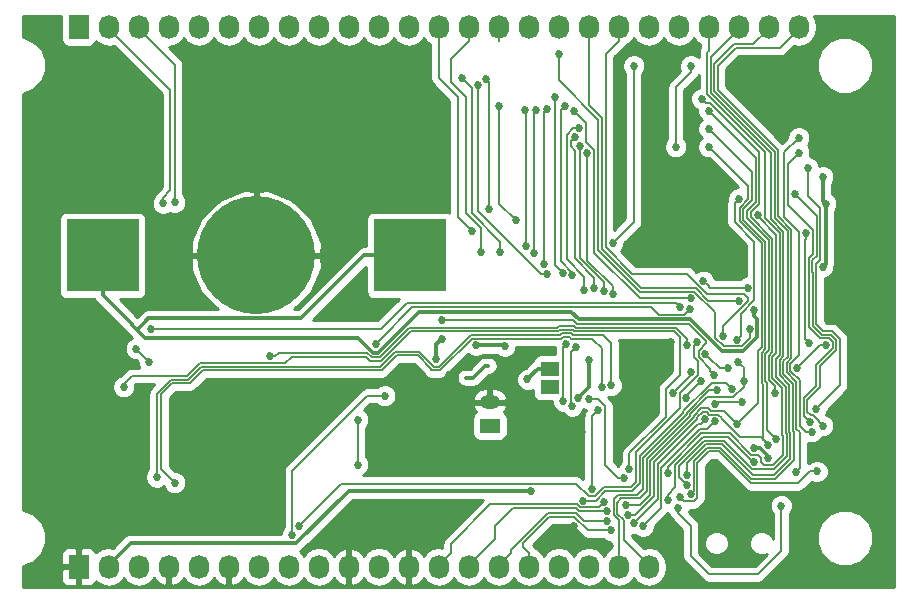
<source format=gbl>
G04 #@! TF.FileFunction,Copper,L4,Bot,Signal*
%FSLAX46Y46*%
G04 Gerber Fmt 4.6, Leading zero omitted, Abs format (unit mm)*
G04 Created by KiCad (PCBNEW 4.0.2-stable) date Mon 29 Aug 2016 22:28:05 CEST*
%MOMM*%
G01*
G04 APERTURE LIST*
%ADD10C,0.100000*%
%ADD11R,6.100000X6.100000*%
%ADD12O,10.000000X10.000000*%
%ADD13R,1.699260X1.198880*%
%ADD14O,1.699260X1.198880*%
%ADD15R,1.727200X2.032000*%
%ADD16O,1.727200X2.032000*%
%ADD17R,1.600200X1.168400*%
%ADD18C,0.685800*%
%ADD19C,0.300000*%
%ADD20C,0.152400*%
%ADD21C,0.254000*%
G04 APERTURE END LIST*
D10*
D11*
X98173400Y-106712800D03*
D12*
X111173400Y-106712800D03*
D11*
X124173400Y-106712800D03*
D13*
X130960000Y-121140000D03*
D14*
X130960000Y-119138480D03*
D15*
X96162000Y-87358000D03*
D16*
X98702000Y-87358000D03*
X101242000Y-87358000D03*
X103782000Y-87358000D03*
X106322000Y-87358000D03*
X108862000Y-87358000D03*
X111402000Y-87358000D03*
X113942000Y-87358000D03*
X116482000Y-87358000D03*
X119022000Y-87358000D03*
X121562000Y-87358000D03*
X124102000Y-87358000D03*
X126642000Y-87358000D03*
X129182000Y-87358000D03*
X131722000Y-87358000D03*
X134262000Y-87358000D03*
X136802000Y-87358000D03*
X139342000Y-87358000D03*
X141882000Y-87358000D03*
X144422000Y-87358000D03*
X146962000Y-87358000D03*
X149502000Y-87358000D03*
X152042000Y-87358000D03*
X154582000Y-87358000D03*
X157122000Y-87358000D03*
D15*
X96162000Y-133078000D03*
D16*
X98702000Y-133078000D03*
X101242000Y-133078000D03*
X103782000Y-133078000D03*
X106322000Y-133078000D03*
X108862000Y-133078000D03*
X111402000Y-133078000D03*
X113942000Y-133078000D03*
X116482000Y-133078000D03*
X119022000Y-133078000D03*
X121562000Y-133078000D03*
X124102000Y-133078000D03*
X126642000Y-133078000D03*
X129182000Y-133078000D03*
X131722000Y-133078000D03*
X134262000Y-133078000D03*
X136802000Y-133078000D03*
X139342000Y-133078000D03*
X141882000Y-133078000D03*
X144422000Y-133078000D03*
D17*
X136040000Y-117838000D03*
X136040000Y-116314000D03*
D18*
X126436159Y-115503841D03*
X132230000Y-114409000D03*
X129784836Y-114320142D03*
X126896000Y-113774000D03*
X154523014Y-123863624D03*
X153315756Y-123006170D03*
X138402735Y-118771532D03*
X139342000Y-115552000D03*
X159154000Y-107678000D03*
X159408000Y-102344000D03*
X159154000Y-100058000D03*
X97813000Y-126612000D03*
X111402000Y-117838000D03*
X123848000Y-116822000D03*
X106322000Y-100058000D03*
X141755000Y-123908600D03*
X138707000Y-124670600D03*
X144263651Y-114938068D03*
X138792000Y-121648000D03*
X134053720Y-122600500D03*
X133997000Y-119997000D03*
X129309000Y-120632000D03*
X128928000Y-116103000D03*
X127488000Y-116822000D03*
X127488000Y-118092000D03*
X127404000Y-119362000D03*
X123848000Y-118092000D03*
X123848000Y-119362000D03*
X124737000Y-128252000D03*
X97818000Y-123680000D03*
X119022000Y-111361000D03*
X163207000Y-123388000D03*
X163207000Y-117038000D03*
X163207000Y-110688000D03*
X156741000Y-130214781D03*
X146321105Y-114024093D03*
X145946000Y-131300000D03*
X141120000Y-131300000D03*
X138072000Y-131300000D03*
X138072000Y-129638000D03*
X93622000Y-111488000D03*
X93622000Y-106408000D03*
X94892000Y-100058000D03*
X119022000Y-117838000D03*
X119022000Y-100058000D03*
X151534000Y-105646000D03*
X147955500Y-107106500D03*
X145630874Y-105631126D03*
X93622000Y-112758000D03*
X93622000Y-108948000D03*
X93622000Y-105138000D03*
X156487000Y-92882500D03*
X162632000Y-95133000D03*
X163392000Y-105688000D03*
X94892000Y-117838000D03*
X101242000Y-117838000D03*
X110132000Y-100058000D03*
X134135000Y-117203000D03*
X134411608Y-126610533D03*
X148520043Y-114057430D03*
X114790645Y-129613278D03*
X149045605Y-108896395D03*
X152791181Y-109456290D03*
X147978000Y-110345000D03*
X138072000Y-94470000D03*
X121307353Y-114195703D03*
X147923070Y-111209321D03*
X119784000Y-124442000D03*
X119784000Y-120632000D03*
X131775232Y-94016040D03*
X133173090Y-103733161D03*
X138590937Y-97419071D03*
X140590087Y-109716910D03*
X150010000Y-119306574D03*
X152296000Y-119120468D03*
X150162400Y-118117400D03*
X139213169Y-98070420D03*
X141395721Y-109948325D03*
X152952140Y-112971994D03*
X151986105Y-115689320D03*
X152453877Y-117367824D03*
X136802000Y-89644000D03*
X138229502Y-114458155D03*
X137926157Y-119461077D03*
X141374000Y-105646000D03*
X143152000Y-90660000D03*
X137442952Y-114168434D03*
X137193320Y-119054201D03*
X147978000Y-90660000D03*
X146708000Y-97518000D03*
X158657000Y-124988000D03*
X99972000Y-117838000D03*
X147021692Y-127184071D03*
X142771000Y-124823000D03*
X135807883Y-117799391D03*
X153312000Y-111361000D03*
X153364480Y-124165448D03*
X146048148Y-127440261D03*
X142324212Y-125532210D03*
X139342000Y-118854000D03*
X157957878Y-114148129D03*
X157744331Y-104820236D03*
X147978000Y-116568000D03*
X146454000Y-118346000D03*
X146047699Y-125129312D03*
X153646719Y-103244267D03*
X156779142Y-101512598D03*
X159154000Y-121140000D03*
X158570050Y-119728246D03*
X157884000Y-99296000D03*
X158049453Y-120815483D03*
X157122000Y-98026000D03*
X158212518Y-121637680D03*
X157122000Y-96756000D03*
X147597021Y-118783084D03*
X151853869Y-113834103D03*
X148818648Y-117381427D03*
X152043979Y-101930633D03*
X122070000Y-118600000D03*
X114219125Y-130400680D03*
X126921548Y-112135669D03*
X149959014Y-116842303D03*
X142487773Y-127858351D03*
X140629614Y-127568976D03*
X151861794Y-120987270D03*
X149502000Y-97518000D03*
X142659402Y-128678804D03*
X140865157Y-128373413D03*
X154504014Y-122717378D03*
X149502000Y-95994000D03*
X143140520Y-129365189D03*
X140895155Y-129211088D03*
X149160655Y-120597794D03*
X155209978Y-122265478D03*
X149502000Y-94470000D03*
X143939203Y-129619559D03*
X141197381Y-129992919D03*
X155115458Y-118397500D03*
X148912492Y-93439007D03*
X150012278Y-120754407D03*
X138888101Y-127457017D03*
X151445189Y-118013211D03*
X139599303Y-126514146D03*
X140102409Y-119812480D03*
X102245403Y-112921423D03*
X103299400Y-102293200D03*
X147092769Y-111094437D03*
X112318086Y-115247170D03*
X104290000Y-102217000D03*
X101019024Y-114612200D03*
X147660520Y-114257985D03*
X102108412Y-115701588D03*
X133976498Y-94406480D03*
X134057806Y-105903554D03*
X134836774Y-94406480D03*
X134671780Y-106517529D03*
X135838363Y-94292711D03*
X135555125Y-107400875D03*
X137325113Y-94089529D03*
X137954417Y-108333142D03*
X136468611Y-93274050D03*
X137125423Y-108209172D03*
X135795424Y-108279838D03*
X129978844Y-92310923D03*
X130631518Y-91784986D03*
X130900307Y-102785975D03*
X131857029Y-106446712D03*
X128585022Y-91706094D03*
X129436000Y-104630000D03*
X130198000Y-106408000D03*
X156970222Y-116213842D03*
X152052355Y-110535520D03*
X159408000Y-114282000D03*
X150712093Y-113525647D03*
X149212247Y-115032554D03*
X151152183Y-116248130D03*
X147654899Y-126167781D03*
X147664313Y-125329622D03*
X147964905Y-126946560D03*
X146897325Y-128055733D03*
X156868000Y-125013480D03*
X155634275Y-127883655D03*
X140423150Y-117850007D03*
X104290000Y-125966000D03*
X102766000Y-125469000D03*
X141250938Y-117718226D03*
X138516480Y-95946255D03*
X138973619Y-109595635D03*
X138151185Y-96701020D03*
X139797843Y-109443141D03*
D19*
X129566810Y-117076000D02*
X128928000Y-117076000D01*
X130833000Y-116060000D02*
X130582810Y-116060000D01*
X130582810Y-116060000D02*
X129566810Y-117076000D01*
X126896000Y-113774000D02*
X126436159Y-114233841D01*
X126436159Y-115018908D02*
X126436159Y-115503841D01*
X126436159Y-114233841D02*
X126436159Y-115018908D01*
X129784836Y-114320142D02*
X132141142Y-114320142D01*
X132141142Y-114320142D02*
X132230000Y-114409000D01*
X154523014Y-123728495D02*
X154523014Y-123863624D01*
X153800689Y-123006170D02*
X154523014Y-123728495D01*
X153315756Y-123006170D02*
X153800689Y-123006170D01*
X139342000Y-117832267D02*
X138745634Y-118428633D01*
X139342000Y-115552000D02*
X139342000Y-117832267D01*
X138745634Y-118428633D02*
X138402735Y-118771532D01*
X159408000Y-106916000D02*
X159408000Y-107424000D01*
X159408000Y-107424000D02*
X159154000Y-107678000D01*
X159408000Y-102344000D02*
X159408000Y-106916000D01*
X159154000Y-100058000D02*
X159154000Y-102090000D01*
X159154000Y-102090000D02*
X159408000Y-102344000D01*
X138792000Y-121648000D02*
X138792000Y-124585600D01*
X138792000Y-124585600D02*
X138707000Y-124670600D01*
X144748584Y-114938068D02*
X144263651Y-114938068D01*
X146321105Y-114024093D02*
X145407130Y-114938068D01*
X145407130Y-114938068D02*
X144748584Y-114938068D01*
X145946000Y-131300000D02*
X146288899Y-130957101D01*
X146288899Y-130957101D02*
X146200000Y-131046000D01*
X138072000Y-131300000D02*
X141120000Y-131300000D01*
X136040000Y-116314000D02*
X135024000Y-116314000D01*
X135024000Y-116314000D02*
X134135000Y-117203000D01*
X133926675Y-126610533D02*
X134411608Y-126610533D01*
X100581600Y-131046000D02*
X114577000Y-131046000D01*
X114577000Y-131046000D02*
X119012467Y-126610533D01*
X119012467Y-126610533D02*
X133926675Y-126610533D01*
X98702000Y-133078000D02*
X98702000Y-132925600D01*
X98702000Y-132925600D02*
X100581600Y-131046000D01*
D20*
X143342502Y-123336364D02*
X143342502Y-125204000D01*
X114790645Y-129613278D02*
X118364910Y-126039013D01*
X118364910Y-126039013D02*
X138278348Y-126039013D01*
X138278348Y-126039013D02*
X139324982Y-127085647D01*
X142922153Y-126297447D02*
X143342502Y-125877098D01*
X139324982Y-127085647D02*
X139873624Y-127085647D01*
X139873624Y-127085647D02*
X140661824Y-126297447D01*
X140661824Y-126297447D02*
X142922153Y-126297447D01*
X143342502Y-125877098D02*
X143342502Y-125204000D01*
X148589934Y-116801890D02*
X147025501Y-118366323D01*
X148589934Y-115687131D02*
X148589934Y-116801890D01*
X148232022Y-115329219D02*
X148589934Y-115687131D01*
X147025501Y-118366323D02*
X147025501Y-119653365D01*
X147025501Y-119653365D02*
X143342502Y-123336364D01*
X148232022Y-114345451D02*
X148232022Y-115329219D01*
X148520043Y-114057430D02*
X148232022Y-114345451D01*
X149388504Y-109239294D02*
X149045605Y-108896395D01*
X152791181Y-109456290D02*
X149605500Y-109456290D01*
X149605500Y-109456290D02*
X149388504Y-109239294D01*
X139784670Y-106469670D02*
X143660000Y-110345000D01*
X143660000Y-110345000D02*
X147978000Y-110345000D01*
X139088000Y-95486000D02*
X139088000Y-97099429D01*
X139088000Y-97099429D02*
X139784670Y-97796099D01*
X139784670Y-97796099D02*
X139784670Y-106469670D01*
X138072000Y-94470000D02*
X139088000Y-95486000D01*
X96162000Y-87358000D02*
X96162000Y-87510400D01*
X124391299Y-111111757D02*
X121650252Y-113852804D01*
X147390336Y-111742055D02*
X145245818Y-111742055D01*
X121650252Y-113852804D02*
X121307353Y-114195703D01*
X144615520Y-111111757D02*
X124391299Y-111111757D01*
X147923070Y-111209321D02*
X147390336Y-111742055D01*
X145245818Y-111742055D02*
X144615520Y-111111757D01*
X119784000Y-124442000D02*
X119784000Y-120632000D01*
X133173090Y-103733161D02*
X131775232Y-102335303D01*
X131775232Y-102335303D02*
X131775232Y-94500973D01*
X131775232Y-94500973D02*
X131775232Y-94016040D01*
X103782000Y-87358000D02*
X103782000Y-87510400D01*
X138590937Y-97904004D02*
X138590937Y-97419071D01*
X138590937Y-106950137D02*
X138590937Y-97904004D01*
X140590087Y-109716910D02*
X140590087Y-108949287D01*
X140590087Y-108949287D02*
X138590937Y-106950137D01*
X131722000Y-87358000D02*
X131722000Y-88526400D01*
X150196106Y-119120468D02*
X150010000Y-119306574D01*
X152296000Y-119120468D02*
X150196106Y-119120468D01*
X147622433Y-120155964D02*
X147622433Y-120034563D01*
X147622433Y-120034563D02*
X149536633Y-118120363D01*
X141882000Y-129140702D02*
X141436658Y-128695360D01*
X141805047Y-126982020D02*
X143431380Y-126982020D01*
X143952124Y-123826273D02*
X147622433Y-120155964D01*
X143431380Y-126982020D02*
X143952124Y-126461276D01*
X141436658Y-127350409D02*
X141805047Y-126982020D01*
X141882000Y-133078000D02*
X141882000Y-129140702D01*
X149536633Y-118120363D02*
X149578200Y-118120363D01*
X143952124Y-126461276D02*
X143952124Y-123826273D01*
X141436658Y-128695360D02*
X141436658Y-127350409D01*
X149578200Y-118120363D02*
X150128921Y-118120363D01*
X150162400Y-118117400D02*
X149581163Y-118117400D01*
X149581163Y-118117400D02*
X149578200Y-118120363D01*
X139213169Y-98555353D02*
X139213169Y-98070420D01*
X139213169Y-107141303D02*
X139213169Y-98555353D01*
X141395721Y-109323855D02*
X139213169Y-107141303D01*
X141395721Y-109948325D02*
X141395721Y-109323855D01*
X147927244Y-120160819D02*
X149352991Y-118735072D01*
X147927244Y-120282220D02*
X147927244Y-120160819D01*
X152453877Y-117852757D02*
X152453877Y-117367824D01*
X151571562Y-118735072D02*
X152453877Y-117852757D01*
X144256935Y-126664465D02*
X144256935Y-123952529D01*
X144256935Y-123952529D02*
X147927244Y-120282220D01*
X141741469Y-128569104D02*
X141741469Y-127632793D01*
X141741469Y-127632793D02*
X142087431Y-127286831D01*
X142087431Y-127286831D02*
X143634569Y-127286831D01*
X142288489Y-129116124D02*
X141741469Y-128569104D01*
X144422000Y-132925600D02*
X142288489Y-130792089D01*
X149352991Y-118735072D02*
X151571562Y-118735072D01*
X142288489Y-130792089D02*
X142288489Y-129116124D01*
X143634569Y-127286831D02*
X144256935Y-126664465D01*
X144422000Y-133078000D02*
X144422000Y-132925600D01*
X143646564Y-109773498D02*
X148252322Y-109773498D01*
X150010000Y-113668265D02*
X150747358Y-114405623D01*
X150010000Y-111531176D02*
X150010000Y-113668265D01*
X148252322Y-109773498D02*
X150010000Y-111531176D01*
X136802000Y-91879933D02*
X140156133Y-95234066D01*
X136802000Y-89644000D02*
X136802000Y-91879933D01*
X150747358Y-114405623D02*
X152271941Y-114405623D01*
X152952140Y-113725424D02*
X152952140Y-113456927D01*
X152952140Y-113456927D02*
X152952140Y-112971994D01*
X140156133Y-106283067D02*
X143646564Y-109773498D01*
X152271941Y-114405623D02*
X152952140Y-113725424D01*
X140156133Y-95234066D02*
X140156133Y-106283067D01*
X152453877Y-117367824D02*
X152453877Y-116157092D01*
X152453877Y-116157092D02*
X152329004Y-116032219D01*
X152329004Y-116032219D02*
X151986105Y-115689320D01*
X137886603Y-114801054D02*
X138229502Y-114458155D01*
X137800165Y-114887492D02*
X137886603Y-114801054D01*
X137926157Y-119461077D02*
X137800165Y-119335085D01*
X137800165Y-119335085D02*
X137800165Y-114887492D01*
X143152000Y-90660000D02*
X143152000Y-103868000D01*
X141716899Y-105303101D02*
X141374000Y-105646000D01*
X143152000Y-103868000D02*
X141716899Y-105303101D01*
X137193320Y-114418066D02*
X137442952Y-114168434D01*
X137193320Y-119054201D02*
X137193320Y-114418066D01*
X146708000Y-97518000D02*
X146708000Y-92438000D01*
X147978000Y-90660000D02*
X147978000Y-91168000D01*
X147978000Y-91168000D02*
X146708000Y-92438000D01*
X147089000Y-113647000D02*
X147089000Y-116822000D01*
X142771000Y-124338067D02*
X142771000Y-124823000D01*
X145869800Y-120378000D02*
X142771000Y-123476800D01*
X146581000Y-113139000D02*
X147089000Y-113647000D01*
X114178490Y-115265444D02*
X120449449Y-115265444D01*
X106386244Y-115818690D02*
X113625244Y-115818690D01*
X138121476Y-113139000D02*
X146581000Y-113139000D01*
X121748989Y-115633189D02*
X124243178Y-113139000D01*
X105281334Y-116923600D02*
X106386244Y-115818690D01*
X99972000Y-117584000D02*
X100632400Y-116923600D01*
X136764428Y-113139000D02*
X136916118Y-112987310D01*
X142771000Y-123476800D02*
X142771000Y-124338067D01*
X100632400Y-116923600D02*
X105281334Y-116923600D01*
X124243178Y-113139000D02*
X136764428Y-113139000D01*
X120449449Y-115265444D02*
X120817194Y-115633189D01*
X136916118Y-112987310D02*
X137969786Y-112987310D01*
X99972000Y-117838000D02*
X99972000Y-117584000D01*
X113625244Y-115818690D02*
X114178490Y-115265444D01*
X145869800Y-118041200D02*
X145869800Y-120378000D01*
X120817194Y-115633189D02*
X121748989Y-115633189D01*
X137969786Y-112987310D02*
X138121476Y-113139000D01*
X147089000Y-116822000D02*
X145869800Y-118041200D01*
X153077392Y-126016067D02*
X157026533Y-126016067D01*
X157026533Y-126016067D02*
X158054600Y-124988000D01*
X148260559Y-127526970D02*
X148531669Y-127255860D01*
X148540625Y-124260375D02*
X149502000Y-123299000D01*
X150360325Y-123299000D02*
X153077392Y-126016067D01*
X158054600Y-124988000D02*
X158657000Y-124988000D01*
X148531669Y-127255860D02*
X148531669Y-127225618D01*
X148531669Y-127225618D02*
X148540625Y-127216662D01*
X148540625Y-127216662D02*
X148540625Y-124260375D01*
X149502000Y-123299000D02*
X150360325Y-123299000D01*
X147021692Y-127184071D02*
X147364591Y-127526970D01*
X147364591Y-127526970D02*
X148260559Y-127526970D01*
D19*
X101089600Y-113012000D02*
X101750000Y-113672400D01*
X120927000Y-114776492D02*
X121100275Y-114949767D01*
X101750000Y-113672400D02*
X119822908Y-113672400D01*
X119822908Y-113672400D02*
X120927000Y-114776492D01*
X121465909Y-114949767D02*
X124925309Y-111490367D01*
X150590533Y-114784233D02*
X152428766Y-114784234D01*
X124925309Y-111490367D02*
X137870413Y-111490367D01*
X153597460Y-113615540D02*
X153597460Y-112131393D01*
X153597460Y-112131393D02*
X153312000Y-111845933D01*
X121100275Y-114949767D02*
X121465909Y-114949767D01*
X137870413Y-111490367D02*
X138503046Y-112123000D01*
X138503046Y-112123000D02*
X147929301Y-112123000D01*
X147929301Y-112123000D02*
X150590533Y-114784233D01*
X152428766Y-114784234D02*
X153597460Y-113615540D01*
X153312000Y-111845933D02*
X153312000Y-111361000D01*
X101775400Y-112326200D02*
X102054800Y-112046800D01*
X120342800Y-106712800D02*
X120823400Y-106712800D01*
X115008800Y-112046800D02*
X120342800Y-106712800D01*
X102054800Y-112046800D02*
X115008800Y-112046800D01*
X120823400Y-106712800D02*
X124173400Y-106712800D01*
X98173400Y-106712800D02*
X98173400Y-110062800D01*
X101318200Y-112783400D02*
X101775400Y-112326200D01*
X100861000Y-112783400D02*
X101089600Y-113012000D01*
X101775400Y-112326200D02*
X101089600Y-113012000D01*
X100641718Y-112564118D02*
X100861000Y-112783400D01*
X100641718Y-112531118D02*
X100641718Y-112564118D01*
X98173400Y-110062800D02*
X100641718Y-112531118D01*
D20*
X140104000Y-118854000D02*
X140739000Y-119489000D01*
X142324212Y-125532210D02*
X141839279Y-125532210D01*
X141839279Y-125532210D02*
X140739000Y-124431931D01*
X140739000Y-124431931D02*
X140739000Y-119489000D01*
X153235717Y-124165448D02*
X153364480Y-124165448D01*
X146048148Y-126955328D02*
X146651445Y-126352031D01*
X146048148Y-127440261D02*
X146048148Y-126955328D01*
X151150025Y-122079756D02*
X153235717Y-124165448D01*
X148996976Y-122079756D02*
X151150025Y-122079756D01*
X146651445Y-124425288D02*
X148996976Y-122079756D01*
X146651445Y-126352031D02*
X146651445Y-124425288D01*
X139342000Y-118854000D02*
X140104000Y-118854000D01*
X157744331Y-105305169D02*
X157614979Y-105434521D01*
X157744331Y-104820236D02*
X157744331Y-105305169D01*
X157614979Y-105434521D02*
X157614979Y-113805230D01*
X157614979Y-113805230D02*
X157957878Y-114148129D01*
X146454000Y-118346000D02*
X147978000Y-116822000D01*
X147978000Y-116822000D02*
X147978000Y-116568000D01*
X148867055Y-121774945D02*
X151276280Y-121774945D01*
X146047699Y-124594301D02*
X148867055Y-121774945D01*
X154912933Y-124442000D02*
X155781479Y-123573454D01*
X154164233Y-124442000D02*
X154912933Y-124442000D01*
X153646719Y-103386987D02*
X153646719Y-103244267D01*
X153654014Y-123593947D02*
X153952206Y-123892139D01*
X155195315Y-114987592D02*
X155195315Y-104935583D01*
X154874666Y-117119443D02*
X154874666Y-115308241D01*
X154874666Y-115308241D02*
X155195315Y-114987592D01*
X155781479Y-123573454D02*
X155781479Y-121991157D01*
X153095282Y-123593947D02*
X153654014Y-123593947D01*
X151276280Y-121774945D02*
X153095282Y-123593947D01*
X146047699Y-125129312D02*
X146047699Y-124594301D01*
X155195315Y-104935583D02*
X153646719Y-103386987D01*
X153952206Y-123892139D02*
X153952206Y-124229973D01*
X153952206Y-124229973D02*
X154164233Y-124442000D01*
X155781479Y-121991157D02*
X155699566Y-121909244D01*
X155699566Y-121909244D02*
X155699566Y-117944343D01*
X155699566Y-117944343D02*
X154874666Y-117119443D01*
X158277687Y-107079810D02*
X158620644Y-106736853D01*
X158874644Y-116092247D02*
X160284313Y-114682578D01*
X157122041Y-101855497D02*
X156779142Y-101512598D01*
X157833243Y-118927958D02*
X158874644Y-117886557D01*
X160284313Y-113881422D02*
X159808578Y-113405687D01*
X157833243Y-119943958D02*
X157833243Y-118927958D01*
X158874644Y-117886557D02*
X158874644Y-116092247D01*
X158620644Y-103354100D02*
X157122041Y-101855497D01*
X158302397Y-108103288D02*
X158277687Y-108078578D01*
X158302397Y-112664713D02*
X158302397Y-108103288D01*
X159043371Y-113405687D02*
X158302397Y-112664713D01*
X159154000Y-121140000D02*
X158811101Y-120797101D01*
X158811101Y-120797101D02*
X158811101Y-120731309D01*
X158811101Y-120731309D02*
X158323774Y-120243982D01*
X158323774Y-120243982D02*
X158133267Y-120243982D01*
X158620644Y-106736853D02*
X158620644Y-103354100D01*
X160284313Y-114682578D02*
X160284313Y-113881422D01*
X158133267Y-120243982D02*
X157833243Y-119943958D01*
X158277687Y-108078578D02*
X158277687Y-107079810D01*
X159808578Y-113405687D02*
X159043371Y-113405687D01*
X160589124Y-113755166D02*
X160589124Y-117709172D01*
X160589124Y-117709172D02*
X158912949Y-119385347D01*
X159169627Y-113100876D02*
X159934834Y-113100876D01*
X158607208Y-112538457D02*
X159169627Y-113100876D01*
X158582498Y-107952322D02*
X158607208Y-107977032D01*
X158925455Y-107060721D02*
X158582498Y-107403678D01*
X158582498Y-107403678D02*
X158582498Y-107952322D01*
X158925455Y-102707279D02*
X158925455Y-107060721D01*
X158912949Y-119385347D02*
X158570050Y-119728246D01*
X157884000Y-101665824D02*
X158925455Y-102707279D01*
X157884000Y-99296000D02*
X157884000Y-101665824D01*
X159934834Y-113100876D02*
X160589124Y-113755166D01*
X158607208Y-107977032D02*
X158607208Y-112538457D01*
X157122000Y-98026000D02*
X156207622Y-98940378D01*
X157997586Y-112790969D02*
X158917115Y-113710498D01*
X157972876Y-111394545D02*
X157997586Y-111419255D01*
X157528432Y-118801702D02*
X157528432Y-120294462D01*
X157528432Y-120294462D02*
X157706554Y-120472584D01*
X157706554Y-120472584D02*
X158049453Y-120815483D01*
X159682322Y-113710498D02*
X159979502Y-114007678D01*
X159979502Y-114007678D02*
X159979502Y-114556322D01*
X159979502Y-114556322D02*
X158569833Y-115965991D01*
X158569833Y-117760301D02*
X157528432Y-118801702D01*
X156207622Y-102437703D02*
X158315833Y-104545914D01*
X158315833Y-104545914D02*
X158315833Y-106610597D01*
X158569833Y-115965991D02*
X158569833Y-117760301D01*
X158917115Y-113710498D02*
X159682322Y-113710498D01*
X158315833Y-106610597D02*
X157972876Y-106953554D01*
X156207622Y-98940378D02*
X156207622Y-102437703D01*
X157997586Y-111419255D02*
X157997586Y-112790969D01*
X157972876Y-106953554D02*
X157972876Y-111394545D01*
X156398721Y-115939521D02*
X156398721Y-116460163D01*
X156398721Y-116460163D02*
X157223621Y-117285063D01*
X157223621Y-117285063D02*
X157223621Y-121133716D01*
X155902811Y-97975189D02*
X155902811Y-103426946D01*
X155902811Y-103426946D02*
X157172811Y-104696945D01*
X157122000Y-96756000D02*
X155902811Y-97975189D01*
X157223621Y-121133716D02*
X157727585Y-121637680D01*
X157172811Y-115165431D02*
X156398721Y-115939521D01*
X157172811Y-104696945D02*
X157172811Y-115165431D01*
X157727585Y-121637680D02*
X158212518Y-121637680D01*
X147597021Y-118603054D02*
X147597021Y-118783084D01*
X148818648Y-117381427D02*
X147597021Y-118603054D01*
X152043979Y-101930633D02*
X151701080Y-102273532D01*
X151701080Y-102273532D02*
X151701080Y-103908080D01*
X151701080Y-103908080D02*
X153362701Y-105569701D01*
X153362701Y-105569701D02*
X153362701Y-110464477D01*
X153362701Y-110464477D02*
X152196768Y-111630410D01*
X152196768Y-111630410D02*
X152196768Y-113491204D01*
X152196768Y-113491204D02*
X151853869Y-113834103D01*
X137980279Y-112135669D02*
X127406481Y-112135669D01*
X138361279Y-112516669D02*
X137980279Y-112135669D01*
X127406481Y-112135669D02*
X126921548Y-112135669D01*
X147787534Y-112516669D02*
X138361279Y-112516669D01*
X149252778Y-113981913D02*
X147787534Y-112516669D01*
X148640745Y-115306876D02*
X148640745Y-114758232D01*
X149616115Y-116282246D02*
X148640745Y-115306876D01*
X149616115Y-116499404D02*
X149616115Y-116282246D01*
X149959014Y-116842303D02*
X149616115Y-116499404D01*
X149252778Y-114146199D02*
X149252778Y-113981913D01*
X148640745Y-114758232D02*
X149252778Y-114146199D01*
X114219125Y-130400680D02*
X114219125Y-124926875D01*
X120546000Y-118600000D02*
X122070000Y-118600000D01*
X114219125Y-124926875D02*
X120546000Y-118600000D01*
X148232055Y-120287074D02*
X148232055Y-120408476D01*
X144561746Y-124078785D02*
X144561746Y-126969254D01*
X143672649Y-127858351D02*
X142972706Y-127858351D01*
X150752618Y-119878094D02*
X149680272Y-119878094D01*
X148852329Y-119666800D02*
X148232055Y-120287074D01*
X144561746Y-126969254D02*
X143672649Y-127858351D01*
X149468979Y-119666800D02*
X148852329Y-119666800D01*
X149680272Y-119878094D02*
X149468979Y-119666800D01*
X148232055Y-120408476D02*
X144561746Y-124078785D01*
X142972706Y-127858351D02*
X142487773Y-127858351D01*
X151861794Y-120987270D02*
X150752618Y-119878094D01*
X140286715Y-127911875D02*
X140629614Y-127568976D01*
X127658000Y-131909600D02*
X127658000Y-131122934D01*
X126642000Y-132925600D02*
X127658000Y-131909600D01*
X138375290Y-127790030D02*
X138613779Y-128028519D01*
X126642000Y-133078000D02*
X126642000Y-132925600D01*
X130990905Y-127790030D02*
X138375290Y-127790030D01*
X138613779Y-128028519D02*
X140170071Y-128028519D01*
X140170071Y-128028519D02*
X140286715Y-127911875D01*
X127658000Y-131122934D02*
X130990905Y-127790030D01*
X152204693Y-120644371D02*
X151861794Y-120987270D01*
X152854758Y-100870758D02*
X152854758Y-101928104D01*
X153976071Y-114482568D02*
X153655422Y-114803217D01*
X152854758Y-101928104D02*
X152118113Y-102664749D01*
X153655422Y-119193642D02*
X152204693Y-120644371D01*
X149502000Y-97518000D02*
X152854758Y-100870758D01*
X153655422Y-114803217D02*
X153655422Y-119193642D01*
X153976071Y-105675072D02*
X153976071Y-114482568D01*
X152118113Y-103817114D02*
X153976071Y-105675072D01*
X152118113Y-102664749D02*
X152118113Y-103817114D01*
X144866557Y-127095509D02*
X143283262Y-128678804D01*
X144866557Y-124205041D02*
X144866557Y-127095509D01*
X148978586Y-119971611D02*
X148536866Y-120413331D01*
X149342722Y-119971611D02*
X148978586Y-119971611D01*
X148536866Y-120413331D02*
X148536866Y-120534732D01*
X153891770Y-122105134D02*
X152164536Y-122105134D01*
X143283262Y-128678804D02*
X143144335Y-128678804D01*
X150286600Y-120182905D02*
X149554016Y-120182905D01*
X152164536Y-122105134D02*
X150583780Y-120524378D01*
X143144335Y-128678804D02*
X142659402Y-128678804D01*
X149554016Y-120182905D02*
X149342722Y-119971611D01*
X150583780Y-120480085D02*
X150286600Y-120182905D01*
X154504014Y-122717378D02*
X153891770Y-122105134D01*
X150583780Y-120524378D02*
X150583780Y-120480085D01*
X148536866Y-120534732D02*
X144866557Y-124205041D01*
X140380224Y-128373413D02*
X140865157Y-128373413D01*
X138527607Y-128373413D02*
X140380224Y-128373413D01*
X132933103Y-128133830D02*
X138288024Y-128133830D01*
X138288024Y-128133830D02*
X138527607Y-128373413D01*
X131417189Y-129649744D02*
X132933103Y-128133830D01*
X129182000Y-132925600D02*
X131417189Y-130690411D01*
X131417189Y-130690411D02*
X131417189Y-129649744D01*
X154280882Y-105548816D02*
X154280882Y-114608824D01*
X154280882Y-114608824D02*
X153960233Y-114929473D01*
X154161115Y-122374479D02*
X154504014Y-122717378D01*
X154114006Y-117651984D02*
X154114006Y-122327370D01*
X152422924Y-103690858D02*
X154280882Y-105548816D01*
X153159569Y-99651569D02*
X153159569Y-102054360D01*
X153960233Y-114929473D02*
X153960233Y-117498211D01*
X154114006Y-122327370D02*
X154161115Y-122374479D01*
X152422924Y-102791005D02*
X152422924Y-103690858D01*
X153159569Y-102054360D02*
X152422924Y-102791005D01*
X153960233Y-117498211D02*
X154114006Y-117651984D01*
X149502000Y-95994000D02*
X153159569Y-99651569D01*
X129182000Y-133078000D02*
X129182000Y-132925600D01*
X129182000Y-132925600D02*
X129436000Y-132671600D01*
X145171368Y-124331297D02*
X145171368Y-127334341D01*
X148561972Y-120940693D02*
X145171368Y-124331297D01*
X148817756Y-120940693D02*
X148561972Y-120940693D01*
X149160655Y-120597794D02*
X148817756Y-120940693D01*
X143483419Y-129022290D02*
X143140520Y-129365189D01*
X145171368Y-127334341D02*
X143483419Y-129022290D01*
X132738000Y-131909600D02*
X132738000Y-131630934D01*
X138934214Y-129211088D02*
X140410222Y-129211088D01*
X135859527Y-128509407D02*
X138232533Y-128509407D01*
X131722000Y-132925600D02*
X132738000Y-131909600D01*
X131722000Y-133078000D02*
X131722000Y-132925600D01*
X140410222Y-129211088D02*
X140895155Y-129211088D01*
X138232533Y-128509407D02*
X138934214Y-129211088D01*
X132738000Y-131630934D02*
X135859527Y-128509407D01*
X152727735Y-103564602D02*
X154585693Y-105422560D01*
X154585693Y-105422560D02*
X154585693Y-114735080D01*
X154867079Y-121922579D02*
X155209978Y-122265478D01*
X154418817Y-117525728D02*
X154418817Y-121474317D01*
X149502000Y-94470000D02*
X153464380Y-98432380D01*
X154585693Y-114735080D02*
X154265044Y-115055729D01*
X154265044Y-115055729D02*
X154265044Y-117371955D01*
X154265044Y-117371955D02*
X154418817Y-117525728D01*
X153464380Y-98432380D02*
X153464380Y-102180616D01*
X153464380Y-102180616D02*
X152727735Y-102917261D01*
X152727735Y-102917261D02*
X152727735Y-103564602D01*
X154418817Y-121474317D02*
X154867079Y-121922579D01*
X145476179Y-124711553D02*
X145476179Y-128082583D01*
X145476179Y-128082583D02*
X144282102Y-129276660D01*
X144282102Y-129276660D02*
X143939203Y-129619559D01*
X150012278Y-120754407D02*
X149372738Y-121393947D01*
X149372738Y-121393947D02*
X148793785Y-121393947D01*
X148793785Y-121393947D02*
X145476179Y-124711553D01*
X140712448Y-129992919D02*
X141197381Y-129992919D01*
X139284978Y-129992919D02*
X140712448Y-129992919D01*
X135985782Y-128814218D02*
X138106277Y-128814218D01*
X133754000Y-131046000D02*
X135985782Y-128814218D01*
X134262000Y-133078000D02*
X134262000Y-131909600D01*
X133754000Y-131401600D02*
X133754000Y-131046000D01*
X138106277Y-128814218D02*
X139284978Y-129992919D01*
X134262000Y-131909600D02*
X133754000Y-131401600D01*
X155115458Y-117791301D02*
X154569855Y-117245699D01*
X154569855Y-115181985D02*
X154890504Y-114861336D01*
X154890504Y-114861336D02*
X154890504Y-105296304D01*
X153769191Y-97921457D02*
X149629640Y-93781906D01*
X153032546Y-103050189D02*
X153769191Y-102313544D01*
X155115458Y-118397500D02*
X155115458Y-117791301D01*
X153769191Y-102313544D02*
X153769191Y-97921457D01*
X153032546Y-103438346D02*
X153032546Y-103050189D01*
X154890504Y-105296304D02*
X153032546Y-103438346D01*
X154569855Y-117245699D02*
X154569855Y-115181985D01*
X149255391Y-93781906D02*
X148912492Y-93439007D01*
X149629640Y-93781906D02*
X149255391Y-93781906D01*
X139373034Y-127457017D02*
X138888101Y-127457017D01*
X139933321Y-127457017D02*
X139373034Y-127457017D01*
X140713129Y-126677209D02*
X139933321Y-127457017D01*
X147317622Y-120029708D02*
X143647313Y-123700017D01*
X142973458Y-126677209D02*
X140713129Y-126677209D01*
X143647313Y-123700017D02*
X143647313Y-126003354D01*
X147317622Y-119908307D02*
X147317622Y-120029708D01*
X149730828Y-117495101D02*
X147317622Y-119908307D01*
X143647313Y-126003354D02*
X142973458Y-126677209D01*
X150927079Y-117495101D02*
X149730828Y-117495101D01*
X151445189Y-118013211D02*
X150927079Y-117495101D01*
X139599303Y-126029213D02*
X139599303Y-126514146D01*
X139599303Y-120315586D02*
X139599303Y-126029213D01*
X140102409Y-119812480D02*
X139599303Y-120315586D01*
X147092769Y-111094437D02*
X146749870Y-110751538D01*
X121735809Y-112921423D02*
X102730336Y-112921423D01*
X146749870Y-110751538D02*
X123905694Y-110751538D01*
X123905694Y-110751538D02*
X121735809Y-112921423D01*
X102730336Y-112921423D02*
X102245403Y-112921423D01*
X103299400Y-102293200D02*
X103299400Y-101808267D01*
X98702000Y-87510400D02*
X98702000Y-87358000D01*
X103299400Y-101808267D02*
X103909000Y-101198667D01*
X103909000Y-101198667D02*
X103909000Y-92717400D01*
X103909000Y-92717400D02*
X98702000Y-87510400D01*
X124116923Y-112834189D02*
X121622734Y-115328378D01*
X136789862Y-112682499D02*
X136638172Y-112834189D01*
X146721657Y-112834189D02*
X138247732Y-112834189D01*
X120943450Y-115328378D02*
X120575705Y-114960633D01*
X113089556Y-114960633D02*
X112803019Y-115247170D01*
X147660520Y-114257985D02*
X147660520Y-113773052D01*
X138096042Y-112682499D02*
X136789862Y-112682499D01*
X138247732Y-112834189D02*
X138096042Y-112682499D01*
X147660520Y-113773052D02*
X146721657Y-112834189D01*
X121622734Y-115328378D02*
X120943450Y-115328378D01*
X112803019Y-115247170D02*
X112318086Y-115247170D01*
X136638172Y-112834189D02*
X124116923Y-112834189D01*
X120575705Y-114960633D02*
X113089556Y-114960633D01*
X104290000Y-102217000D02*
X104290000Y-91244200D01*
X101242000Y-87510400D02*
X104290000Y-90558400D01*
X101242000Y-87358000D02*
X101242000Y-87510400D01*
X104290000Y-90558400D02*
X104290000Y-91244200D01*
X101019024Y-114612200D02*
X101765513Y-115358689D01*
X101765513Y-115358689D02*
X102108412Y-115701588D01*
X134057806Y-94487788D02*
X133976498Y-94406480D01*
X134057806Y-105903554D02*
X134057806Y-94487788D01*
X134671780Y-106517529D02*
X134671780Y-94571474D01*
X134671780Y-94571474D02*
X134836774Y-94406480D01*
X135555125Y-107400875D02*
X135555125Y-94575949D01*
X135555125Y-94575949D02*
X135838363Y-94292711D01*
X136982214Y-94432428D02*
X137325113Y-94089529D01*
X137954417Y-108192344D02*
X136982214Y-107220141D01*
X137954417Y-108333142D02*
X137954417Y-108192344D01*
X136982214Y-107220141D02*
X136982214Y-94432428D01*
X136468611Y-93758983D02*
X136468611Y-93274050D01*
X136468611Y-107552360D02*
X136468611Y-93758983D01*
X137125423Y-108209172D02*
X136468611Y-107552360D01*
X129978844Y-102948191D02*
X135310491Y-108279838D01*
X135310491Y-108279838D02*
X135795424Y-108279838D01*
X129978844Y-92310923D02*
X129978844Y-102948191D01*
X130900307Y-92053775D02*
X130631518Y-91784986D01*
X130900307Y-102785975D02*
X130900307Y-92053775D01*
X131857029Y-106446712D02*
X131857029Y-105603963D01*
X129410600Y-92531672D02*
X128585022Y-91706094D01*
X131857029Y-105603963D02*
X129410600Y-103157534D01*
X129410600Y-103157534D02*
X129410600Y-92531672D01*
X129436000Y-104630000D02*
X128242200Y-103436200D01*
X126642000Y-91701400D02*
X126642000Y-87358000D01*
X128242200Y-103436200D02*
X128242200Y-93301600D01*
X128242200Y-93301600D02*
X126642000Y-91701400D01*
X129182000Y-88526400D02*
X127632600Y-90075800D01*
X128953400Y-93327000D02*
X127632600Y-92006200D01*
X127632600Y-92006200D02*
X127632600Y-90075800D01*
X128953400Y-103131400D02*
X130198000Y-104376000D01*
X128953400Y-103131400D02*
X128953400Y-93327000D01*
X130198000Y-104376000D02*
X130198000Y-106408000D01*
X129182000Y-87358000D02*
X129182000Y-88526400D01*
X159408000Y-114282000D02*
X158902064Y-114282000D01*
X158902064Y-114282000D02*
X157313121Y-115870943D01*
X157313121Y-115870943D02*
X156970222Y-116213842D01*
X151567422Y-110535520D02*
X152052355Y-110535520D01*
X149445411Y-110535520D02*
X151567422Y-110535520D01*
X148378578Y-109468687D02*
X149445411Y-110535520D01*
X140460944Y-106156812D02*
X143772819Y-109468687D01*
X143772819Y-109468687D02*
X148378578Y-109468687D01*
X139342000Y-93988866D02*
X140460944Y-95107810D01*
X140460944Y-95107810D02*
X140460944Y-106156812D01*
X139342000Y-87358000D02*
X139342000Y-93988866D01*
X150427823Y-116248130D02*
X149555146Y-115375453D01*
X149555146Y-115375453D02*
X149212247Y-115032554D01*
X151152183Y-116248130D02*
X150427823Y-116248130D01*
X141882000Y-88526400D02*
X141882000Y-87358000D01*
X140765755Y-89642645D02*
X141882000Y-88526400D01*
X140765755Y-106030556D02*
X140765755Y-89642645D01*
X149304958Y-109964000D02*
X147615834Y-108274876D01*
X152804000Y-110301822D02*
X152466178Y-109964000D01*
X150712093Y-112684018D02*
X152804000Y-110592111D01*
X150712093Y-113525647D02*
X150712093Y-112684018D01*
X152466178Y-109964000D02*
X149304958Y-109964000D01*
X147615834Y-108274876D02*
X143010075Y-108274876D01*
X143010075Y-108274876D02*
X140765755Y-106030556D01*
X152804000Y-110592111D02*
X152804000Y-110301822D01*
X155179477Y-115434497D02*
X155500126Y-115113848D01*
X149123232Y-122384567D02*
X150769767Y-122384567D01*
X155500126Y-104809327D02*
X154218221Y-103527422D01*
X155500126Y-115113848D02*
X155500126Y-104809327D01*
X153182767Y-124797567D02*
X154988433Y-124797567D01*
X146956256Y-124551544D02*
X149123232Y-122384567D01*
X156004377Y-121782988D02*
X156004377Y-117818086D01*
X149502000Y-88526400D02*
X149502000Y-87358000D01*
X149502000Y-89366799D02*
X149502000Y-88526400D01*
X149349567Y-89519232D02*
X149502000Y-89366799D01*
X149349567Y-93070768D02*
X149349567Y-89519232D01*
X154218221Y-97939423D02*
X149349567Y-93070768D01*
X150769767Y-122384567D02*
X153182767Y-124797567D01*
X146956256Y-125469138D02*
X146956256Y-124551544D01*
X147654899Y-126167781D02*
X146956256Y-125469138D01*
X154218221Y-103527422D02*
X154218221Y-97939423D01*
X156086290Y-123699710D02*
X156086290Y-121864901D01*
X154988433Y-124797567D02*
X156086290Y-123699710D01*
X155179477Y-116993187D02*
X155179477Y-115434497D01*
X156004377Y-117818086D02*
X155179477Y-116993187D01*
X156086290Y-121864901D02*
X156004377Y-121782988D01*
X149654378Y-89898022D02*
X152042000Y-87510400D01*
X147664313Y-125329622D02*
X147664313Y-124274554D01*
X152042000Y-87510400D02*
X152042000Y-87358000D01*
X154759809Y-98049943D02*
X149654378Y-92944512D01*
X154759809Y-103637943D02*
X154759809Y-98049943D01*
X155804937Y-104683071D02*
X154759809Y-103637943D01*
X155484288Y-116866931D02*
X155484288Y-115560753D01*
X156309188Y-117691831D02*
X155484288Y-116866931D01*
X156391101Y-121738645D02*
X156309188Y-121656732D01*
X154986507Y-125307493D02*
X156391101Y-123902899D01*
X156391101Y-123902899D02*
X156391101Y-121738645D01*
X153230952Y-125307493D02*
X154986507Y-125307493D01*
X149249488Y-122689378D02*
X150612837Y-122689378D01*
X150612837Y-122689378D02*
X153230952Y-125307493D01*
X147664313Y-124274554D02*
X149249488Y-122689378D01*
X149654378Y-92944512D02*
X149654378Y-89898022D01*
X155804937Y-115240104D02*
X155804937Y-104683071D01*
X155484288Y-115560753D02*
X155804937Y-115240104D01*
X156309188Y-121656732D02*
X156309188Y-117691831D01*
X154582000Y-87510400D02*
X154582000Y-87358000D01*
X153261211Y-88831189D02*
X154582000Y-87510400D01*
X151661744Y-88831189D02*
X153261211Y-88831189D01*
X150486581Y-122994189D02*
X153104696Y-125612304D01*
X149959189Y-92818256D02*
X149959189Y-90533744D01*
X155064620Y-103511687D02*
X155064620Y-97923687D01*
X156194877Y-104641944D02*
X155064620Y-103511687D01*
X156194877Y-115281231D02*
X156194877Y-104641944D01*
X155112763Y-125612304D02*
X156695912Y-124029155D01*
X155789099Y-115687009D02*
X156194877Y-115281231D01*
X156613999Y-121530476D02*
X156613999Y-117565575D01*
X156695912Y-121612389D02*
X156613999Y-121530476D01*
X153104696Y-125612304D02*
X155112763Y-125612304D01*
X149375744Y-122994189D02*
X150486581Y-122994189D01*
X156695912Y-124029155D02*
X156695912Y-121612389D01*
X148235814Y-124134119D02*
X149375744Y-122994189D01*
X149959189Y-90533744D02*
X151661744Y-88831189D01*
X148235815Y-126675650D02*
X148235814Y-124134119D01*
X147964905Y-126946560D02*
X148235815Y-126675650D01*
X155789099Y-116740675D02*
X155789099Y-115687009D01*
X156613999Y-117565575D02*
X155789099Y-116740675D01*
X155064620Y-97923687D02*
X149959189Y-92818256D01*
X157122000Y-87358000D02*
X157122000Y-87510400D01*
X155369431Y-103385431D02*
X156499688Y-104515688D01*
X157210899Y-124670581D02*
X156868000Y-125013480D01*
X156918810Y-121404220D02*
X157210899Y-121696309D01*
X157210899Y-121696309D02*
X157210899Y-124670581D01*
X156918810Y-117439319D02*
X156918810Y-121404220D01*
X156093910Y-115813265D02*
X156093910Y-116614419D01*
X155369431Y-97797431D02*
X155369431Y-103385431D01*
X155496400Y-89136000D02*
X151788000Y-89136000D01*
X151788000Y-89136000D02*
X150264000Y-90660000D01*
X157122000Y-87510400D02*
X155496400Y-89136000D01*
X156499688Y-115407487D02*
X156093910Y-115813265D01*
X150264000Y-90660000D02*
X150264000Y-92692000D01*
X156499688Y-104515688D02*
X156499688Y-115407487D01*
X150264000Y-92692000D02*
X155369431Y-97797431D01*
X156093910Y-116614419D02*
X156918810Y-117439319D01*
X153693000Y-133713000D02*
X155634275Y-131771725D01*
X155634275Y-131771725D02*
X155634275Y-127883655D01*
X149502000Y-133713000D02*
X153693000Y-133713000D01*
X147978000Y-132189000D02*
X149502000Y-133713000D01*
X147978000Y-129621341D02*
X147978000Y-132189000D01*
X146897325Y-128055733D02*
X146897325Y-128540666D01*
X146897325Y-128540666D02*
X147978000Y-129621341D01*
X126781689Y-116428312D02*
X129461379Y-113748622D01*
X129461379Y-113748622D02*
X137016940Y-113748622D01*
X137168630Y-113596932D02*
X137717274Y-113596932D01*
X103147000Y-118473000D02*
X104086781Y-117533221D01*
X126007000Y-116428312D02*
X126781689Y-116428312D01*
X106715688Y-116428312D02*
X121816000Y-116428312D01*
X105610779Y-117533221D02*
X106715688Y-116428312D01*
X104290000Y-125966000D02*
X103147000Y-124823000D01*
X139594515Y-113748622D02*
X140423150Y-114577257D01*
X103147000Y-124823000D02*
X103147000Y-118473000D01*
X104086781Y-117533221D02*
X105610779Y-117533221D01*
X121816000Y-116428312D02*
X123073312Y-115171000D01*
X123073312Y-115171000D02*
X124864000Y-115171000D01*
X124864000Y-115171000D02*
X126007000Y-116314000D01*
X126007000Y-116314000D02*
X126007000Y-116428312D01*
X137016940Y-113748622D02*
X137168630Y-113596932D01*
X137717274Y-113596932D02*
X137868964Y-113748622D01*
X137868964Y-113748622D02*
X139594515Y-113748622D01*
X140423150Y-114577257D02*
X140423150Y-117850007D01*
X129335123Y-113443811D02*
X126655433Y-116123501D01*
X103960524Y-117228411D02*
X102766000Y-118422934D01*
X105407590Y-117228410D02*
X103960524Y-117228411D01*
X124990256Y-114866189D02*
X122947056Y-114866189D01*
X136890684Y-113443811D02*
X129335123Y-113443811D01*
X126655433Y-116123501D02*
X126247568Y-116123501D01*
X141250938Y-117718226D02*
X141250938Y-114158938D01*
X126247568Y-116123501D02*
X124990256Y-114866189D01*
X137843530Y-113292121D02*
X137042374Y-113292121D01*
X141250938Y-114158938D02*
X140535811Y-113443811D01*
X140535811Y-113443811D02*
X137995220Y-113443811D01*
X102766000Y-125116600D02*
X102766000Y-125469000D01*
X102766000Y-118422934D02*
X102766000Y-125116600D01*
X106512499Y-116123501D02*
X105407590Y-117228410D01*
X137995220Y-113443811D02*
X137843530Y-113292121D01*
X121689745Y-116123501D02*
X106512499Y-116123501D01*
X122947056Y-114866189D02*
X121689745Y-116123501D01*
X137042374Y-113292121D02*
X136890684Y-113443811D01*
X138973619Y-109595635D02*
X138973619Y-108506522D01*
X138973619Y-108506522D02*
X137455833Y-106988736D01*
X137455833Y-106988736D02*
X137455833Y-96521969D01*
X137455833Y-96521969D02*
X138031547Y-95946255D01*
X138031547Y-95946255D02*
X138516480Y-95946255D01*
X137808286Y-97043919D02*
X138151185Y-96701020D01*
X138151185Y-97825141D02*
X137808286Y-97482242D01*
X137808286Y-97482242D02*
X137808286Y-97043919D01*
X139797843Y-109443141D02*
X139797843Y-108588111D01*
X139797843Y-108588111D02*
X138151185Y-106941453D01*
X138151185Y-106941453D02*
X138151185Y-97825141D01*
D21*
G36*
X94650960Y-88374000D02*
X94695238Y-88609317D01*
X94834310Y-88825441D01*
X95046510Y-88970431D01*
X95298400Y-89021440D01*
X97025600Y-89021440D01*
X97260917Y-88977162D01*
X97477041Y-88838090D01*
X97622031Y-88625890D01*
X97630400Y-88584561D01*
X97642330Y-88602415D01*
X98128511Y-88927271D01*
X98702000Y-89041345D01*
X99140028Y-88954216D01*
X103197800Y-93011988D01*
X103197800Y-100904078D01*
X102796506Y-101305373D01*
X102642337Y-101536102D01*
X102634578Y-101575108D01*
X102470860Y-101738541D01*
X102321670Y-102097830D01*
X102321331Y-102486863D01*
X102469893Y-102846412D01*
X102744741Y-103121740D01*
X103104030Y-103270930D01*
X103493063Y-103271269D01*
X103852612Y-103122707D01*
X103872755Y-103102599D01*
X104094630Y-103194730D01*
X104483663Y-103195069D01*
X104843212Y-103046507D01*
X105118540Y-102771659D01*
X105267730Y-102412370D01*
X105268069Y-102023337D01*
X105119507Y-101663788D01*
X105001200Y-101545274D01*
X105001200Y-90558400D01*
X104984121Y-90472540D01*
X104947063Y-90286235D01*
X104792894Y-90055506D01*
X103777922Y-89040534D01*
X103782000Y-89041345D01*
X104355489Y-88927271D01*
X104841670Y-88602415D01*
X105052000Y-88287634D01*
X105262330Y-88602415D01*
X105748511Y-88927271D01*
X106322000Y-89041345D01*
X106895489Y-88927271D01*
X107381670Y-88602415D01*
X107592000Y-88287634D01*
X107802330Y-88602415D01*
X108288511Y-88927271D01*
X108862000Y-89041345D01*
X109435489Y-88927271D01*
X109921670Y-88602415D01*
X110132000Y-88287634D01*
X110342330Y-88602415D01*
X110828511Y-88927271D01*
X111402000Y-89041345D01*
X111975489Y-88927271D01*
X112461670Y-88602415D01*
X112672000Y-88287634D01*
X112882330Y-88602415D01*
X113368511Y-88927271D01*
X113942000Y-89041345D01*
X114515489Y-88927271D01*
X115001670Y-88602415D01*
X115212000Y-88287634D01*
X115422330Y-88602415D01*
X115908511Y-88927271D01*
X116482000Y-89041345D01*
X117055489Y-88927271D01*
X117541670Y-88602415D01*
X117752000Y-88287634D01*
X117962330Y-88602415D01*
X118448511Y-88927271D01*
X119022000Y-89041345D01*
X119595489Y-88927271D01*
X120081670Y-88602415D01*
X120292000Y-88287634D01*
X120502330Y-88602415D01*
X120988511Y-88927271D01*
X121562000Y-89041345D01*
X122135489Y-88927271D01*
X122621670Y-88602415D01*
X122832000Y-88287634D01*
X123042330Y-88602415D01*
X123528511Y-88927271D01*
X124102000Y-89041345D01*
X124675489Y-88927271D01*
X125161670Y-88602415D01*
X125372000Y-88287634D01*
X125582330Y-88602415D01*
X125930800Y-88835255D01*
X125930800Y-91701400D01*
X125984937Y-91973565D01*
X126139106Y-92204294D01*
X127531000Y-93596189D01*
X127531000Y-103104434D01*
X127475290Y-103066369D01*
X127223400Y-103015360D01*
X121123400Y-103015360D01*
X120888083Y-103059638D01*
X120671959Y-103198710D01*
X120526969Y-103410910D01*
X120475960Y-103662800D01*
X120475960Y-105927800D01*
X120342800Y-105927800D01*
X120042393Y-105987555D01*
X119787721Y-106157721D01*
X114683642Y-111261800D01*
X114419669Y-111261800D01*
X115805703Y-109921384D01*
X116680962Y-107904439D01*
X116717743Y-107719521D01*
X116648177Y-106839800D01*
X111300400Y-106839800D01*
X111300400Y-106859800D01*
X111046400Y-106859800D01*
X111046400Y-106839800D01*
X105698623Y-106839800D01*
X105629057Y-107719521D01*
X105665838Y-107904439D01*
X106541097Y-109921384D01*
X107927131Y-111261800D01*
X102054800Y-111261800D01*
X101754393Y-111321555D01*
X101499721Y-111491721D01*
X101106100Y-111885342D01*
X99630998Y-110410240D01*
X101223400Y-110410240D01*
X101458717Y-110365962D01*
X101674841Y-110226890D01*
X101819831Y-110014690D01*
X101870840Y-109762800D01*
X101870840Y-105706079D01*
X105629057Y-105706079D01*
X105698623Y-106585800D01*
X111046400Y-106585800D01*
X111046400Y-101237979D01*
X111300400Y-101237979D01*
X111300400Y-106585800D01*
X116648177Y-106585800D01*
X116717743Y-105706079D01*
X116680962Y-105521161D01*
X115805703Y-103504216D01*
X114225218Y-101975749D01*
X112180121Y-101168455D01*
X111300400Y-101237979D01*
X111046400Y-101237979D01*
X110166679Y-101168455D01*
X108121582Y-101975749D01*
X106541097Y-103504216D01*
X105665838Y-105521161D01*
X105629057Y-105706079D01*
X101870840Y-105706079D01*
X101870840Y-103662800D01*
X101826562Y-103427483D01*
X101687490Y-103211359D01*
X101475290Y-103066369D01*
X101223400Y-103015360D01*
X95123400Y-103015360D01*
X94888083Y-103059638D01*
X94671959Y-103198710D01*
X94526969Y-103410910D01*
X94475960Y-103662800D01*
X94475960Y-109762800D01*
X94520238Y-109998117D01*
X94659310Y-110214241D01*
X94871510Y-110359231D01*
X95123400Y-110410240D01*
X97479581Y-110410240D01*
X97618321Y-110617879D01*
X100020188Y-113019746D01*
X100086639Y-113119197D01*
X100667004Y-113699562D01*
X100465812Y-113782693D01*
X100190484Y-114057541D01*
X100041294Y-114416830D01*
X100040955Y-114805863D01*
X100189517Y-115165412D01*
X100464365Y-115440740D01*
X100823654Y-115589930D01*
X100991112Y-115590076D01*
X101130487Y-115729451D01*
X101130343Y-115895251D01*
X101261386Y-116212400D01*
X100632400Y-116212400D01*
X100360236Y-116266537D01*
X100129506Y-116420705D01*
X99628278Y-116921934D01*
X99418788Y-117008493D01*
X99143460Y-117283341D01*
X98994270Y-117642630D01*
X98993931Y-118031663D01*
X99142493Y-118391212D01*
X99417341Y-118666540D01*
X99776630Y-118815730D01*
X100165663Y-118816069D01*
X100525212Y-118667507D01*
X100800540Y-118392659D01*
X100949730Y-118033370D01*
X100950069Y-117644337D01*
X100946128Y-117634800D01*
X102548345Y-117634800D01*
X102263106Y-117920039D01*
X102108937Y-118150769D01*
X102068790Y-118352603D01*
X102054800Y-118422934D01*
X102054800Y-124797206D01*
X101937460Y-124914341D01*
X101788270Y-125273630D01*
X101787931Y-125662663D01*
X101936493Y-126022212D01*
X102211341Y-126297540D01*
X102570630Y-126446730D01*
X102959663Y-126447069D01*
X103319212Y-126298507D01*
X103354673Y-126263108D01*
X103460493Y-126519212D01*
X103735341Y-126794540D01*
X104094630Y-126943730D01*
X104483663Y-126944069D01*
X104843212Y-126795507D01*
X105118540Y-126520659D01*
X105267730Y-126161370D01*
X105268069Y-125772337D01*
X105119507Y-125412788D01*
X104844659Y-125137460D01*
X104485370Y-124988270D01*
X104317912Y-124988124D01*
X103858200Y-124528412D01*
X103858200Y-118767589D01*
X104381370Y-118244421D01*
X105610779Y-118244421D01*
X105882944Y-118190284D01*
X106113673Y-118036115D01*
X107010277Y-117139512D01*
X121816000Y-117139512D01*
X122088165Y-117085375D01*
X122318894Y-116931206D01*
X123367901Y-115882200D01*
X124569412Y-115882200D01*
X125340563Y-116653351D01*
X125349937Y-116700476D01*
X125504106Y-116931206D01*
X125734836Y-117085375D01*
X126007000Y-117139512D01*
X126781689Y-117139512D01*
X127053854Y-117085375D01*
X127067884Y-117076000D01*
X128143000Y-117076000D01*
X128202755Y-117376406D01*
X128372921Y-117631079D01*
X128627594Y-117801245D01*
X128928000Y-117861000D01*
X129566810Y-117861000D01*
X129867217Y-117801245D01*
X130121889Y-117631079D01*
X130926583Y-116826385D01*
X131133406Y-116785245D01*
X131388079Y-116615079D01*
X131558245Y-116360406D01*
X131618000Y-116060000D01*
X131558245Y-115759594D01*
X131388079Y-115504921D01*
X131133406Y-115334755D01*
X130833000Y-115275000D01*
X130582810Y-115275000D01*
X130282403Y-115334755D01*
X130027731Y-115504921D01*
X129241652Y-116291000D01*
X128928000Y-116291000D01*
X128627594Y-116350755D01*
X128372921Y-116520921D01*
X128202755Y-116775594D01*
X128143000Y-117076000D01*
X127067884Y-117076000D01*
X127284583Y-116931206D01*
X129148713Y-115067076D01*
X129230177Y-115148682D01*
X129589466Y-115297872D01*
X129978499Y-115298211D01*
X130338048Y-115149649D01*
X130382633Y-115105142D01*
X131543174Y-115105142D01*
X131675341Y-115237540D01*
X132034630Y-115386730D01*
X132423663Y-115387069D01*
X132783212Y-115238507D01*
X133058540Y-114963659D01*
X133207730Y-114604370D01*
X133207856Y-114459822D01*
X136482120Y-114459822D01*
X136482120Y-115082360D01*
X135239900Y-115082360D01*
X135004583Y-115126638D01*
X134788459Y-115265710D01*
X134643469Y-115477910D01*
X134604972Y-115668015D01*
X134468921Y-115758921D01*
X134002857Y-116224985D01*
X133941337Y-116224931D01*
X133581788Y-116373493D01*
X133306460Y-116648341D01*
X133157270Y-117007630D01*
X133156931Y-117396663D01*
X133305493Y-117756212D01*
X133580341Y-118031540D01*
X133939630Y-118180730D01*
X134328663Y-118181069D01*
X134592460Y-118072071D01*
X134592460Y-118422200D01*
X134636738Y-118657517D01*
X134775810Y-118873641D01*
X134988010Y-119018631D01*
X135239900Y-119069640D01*
X136215406Y-119069640D01*
X136215251Y-119247864D01*
X136363813Y-119607413D01*
X136638661Y-119882741D01*
X136997950Y-120031931D01*
X137114363Y-120032032D01*
X137371498Y-120289617D01*
X137730787Y-120438807D01*
X138119820Y-120439146D01*
X138479369Y-120290584D01*
X138754697Y-120015736D01*
X138877506Y-119719980D01*
X139097692Y-119811409D01*
X139096409Y-119812692D01*
X138942240Y-120043421D01*
X138894740Y-120282220D01*
X138888103Y-120315586D01*
X138888103Y-125642980D01*
X138781242Y-125536119D01*
X138550513Y-125381950D01*
X138278348Y-125327813D01*
X120200941Y-125327813D01*
X120337212Y-125271507D01*
X120612540Y-124996659D01*
X120761730Y-124637370D01*
X120762069Y-124248337D01*
X120613507Y-123888788D01*
X120495200Y-123770274D01*
X120495200Y-121303794D01*
X120612540Y-121186659D01*
X120761730Y-120827370D01*
X120761979Y-120540560D01*
X129462930Y-120540560D01*
X129462930Y-121739440D01*
X129507208Y-121974757D01*
X129646280Y-122190881D01*
X129858480Y-122335871D01*
X130110370Y-122386880D01*
X131809630Y-122386880D01*
X132044947Y-122342602D01*
X132261071Y-122203530D01*
X132406061Y-121991330D01*
X132457070Y-121739440D01*
X132457070Y-120540560D01*
X132412792Y-120305243D01*
X132273720Y-120089119D01*
X132119757Y-119983921D01*
X132141568Y-119967437D01*
X132387899Y-119547913D01*
X132403095Y-119456001D01*
X132278357Y-119265480D01*
X131087000Y-119265480D01*
X131087000Y-119285480D01*
X130833000Y-119285480D01*
X130833000Y-119265480D01*
X129641643Y-119265480D01*
X129516905Y-119456001D01*
X129532101Y-119547913D01*
X129778432Y-119967437D01*
X129801398Y-119984794D01*
X129658929Y-120076470D01*
X129513939Y-120288670D01*
X129462930Y-120540560D01*
X120761979Y-120540560D01*
X120762069Y-120438337D01*
X120613507Y-120078788D01*
X120343490Y-119808299D01*
X120840589Y-119311200D01*
X121398206Y-119311200D01*
X121515341Y-119428540D01*
X121874630Y-119577730D01*
X122263663Y-119578069D01*
X122623212Y-119429507D01*
X122898540Y-119154659D01*
X123037104Y-118820959D01*
X129516905Y-118820959D01*
X129641643Y-119011480D01*
X130833000Y-119011480D01*
X130833000Y-118056480D01*
X131087000Y-118056480D01*
X131087000Y-119011480D01*
X132278357Y-119011480D01*
X132403095Y-118820959D01*
X132387899Y-118729047D01*
X132141568Y-118309523D01*
X131753443Y-118016201D01*
X131282613Y-117893735D01*
X131087000Y-118056480D01*
X130833000Y-118056480D01*
X130637387Y-117893735D01*
X130166557Y-118016201D01*
X129778432Y-118309523D01*
X129532101Y-118729047D01*
X129516905Y-118820959D01*
X123037104Y-118820959D01*
X123047730Y-118795370D01*
X123048069Y-118406337D01*
X122899507Y-118046788D01*
X122624659Y-117771460D01*
X122265370Y-117622270D01*
X121876337Y-117621931D01*
X121516788Y-117770493D01*
X121398274Y-117888800D01*
X120546000Y-117888800D01*
X120273836Y-117942937D01*
X120206395Y-117988000D01*
X120043105Y-118097106D01*
X113716231Y-124423981D01*
X113562062Y-124654710D01*
X113513051Y-124901104D01*
X113507925Y-124926875D01*
X113507925Y-129728886D01*
X113390585Y-129846021D01*
X113241395Y-130205310D01*
X113241346Y-130261000D01*
X100581600Y-130261000D01*
X100281194Y-130320755D01*
X100026521Y-130490921D01*
X99052974Y-131464468D01*
X98702000Y-131394655D01*
X98128511Y-131508729D01*
X97642330Y-131833585D01*
X97627500Y-131855780D01*
X97563927Y-131702302D01*
X97385299Y-131523673D01*
X97151910Y-131427000D01*
X96447750Y-131427000D01*
X96289000Y-131585750D01*
X96289000Y-132951000D01*
X96309000Y-132951000D01*
X96309000Y-133205000D01*
X96289000Y-133205000D01*
X96289000Y-134570250D01*
X96447750Y-134729000D01*
X97151910Y-134729000D01*
X97385299Y-134632327D01*
X97563927Y-134453698D01*
X97627500Y-134300220D01*
X97642330Y-134322415D01*
X98128511Y-134647271D01*
X98702000Y-134761345D01*
X99275489Y-134647271D01*
X99761670Y-134322415D01*
X99972000Y-134007634D01*
X100182330Y-134322415D01*
X100668511Y-134647271D01*
X101242000Y-134761345D01*
X101815489Y-134647271D01*
X102301670Y-134322415D01*
X102508461Y-134012931D01*
X102879964Y-134428732D01*
X103407209Y-134682709D01*
X103422974Y-134685358D01*
X103655000Y-134564217D01*
X103655000Y-133205000D01*
X103635000Y-133205000D01*
X103635000Y-132951000D01*
X103655000Y-132951000D01*
X103655000Y-132931000D01*
X103909000Y-132931000D01*
X103909000Y-132951000D01*
X103929000Y-132951000D01*
X103929000Y-133205000D01*
X103909000Y-133205000D01*
X103909000Y-134564217D01*
X104141026Y-134685358D01*
X104156791Y-134682709D01*
X104684036Y-134428732D01*
X105055539Y-134012931D01*
X105262330Y-134322415D01*
X105748511Y-134647271D01*
X106322000Y-134761345D01*
X106895489Y-134647271D01*
X107381670Y-134322415D01*
X107588461Y-134012931D01*
X107959964Y-134428732D01*
X108487209Y-134682709D01*
X108502974Y-134685358D01*
X108735000Y-134564217D01*
X108735000Y-133205000D01*
X108715000Y-133205000D01*
X108715000Y-132951000D01*
X108735000Y-132951000D01*
X108735000Y-132931000D01*
X108989000Y-132931000D01*
X108989000Y-132951000D01*
X109009000Y-132951000D01*
X109009000Y-133205000D01*
X108989000Y-133205000D01*
X108989000Y-134564217D01*
X109221026Y-134685358D01*
X109236791Y-134682709D01*
X109764036Y-134428732D01*
X110135539Y-134012931D01*
X110342330Y-134322415D01*
X110828511Y-134647271D01*
X111402000Y-134761345D01*
X111975489Y-134647271D01*
X112461670Y-134322415D01*
X112672000Y-134007634D01*
X112882330Y-134322415D01*
X113368511Y-134647271D01*
X113942000Y-134761345D01*
X114515489Y-134647271D01*
X115001670Y-134322415D01*
X115212000Y-134007634D01*
X115422330Y-134322415D01*
X115908511Y-134647271D01*
X116482000Y-134761345D01*
X117055489Y-134647271D01*
X117541670Y-134322415D01*
X117748461Y-134012931D01*
X118119964Y-134428732D01*
X118647209Y-134682709D01*
X118662974Y-134685358D01*
X118895000Y-134564217D01*
X118895000Y-133205000D01*
X118875000Y-133205000D01*
X118875000Y-132951000D01*
X118895000Y-132951000D01*
X118895000Y-131591783D01*
X119149000Y-131591783D01*
X119149000Y-132951000D01*
X119169000Y-132951000D01*
X119169000Y-133205000D01*
X119149000Y-133205000D01*
X119149000Y-134564217D01*
X119381026Y-134685358D01*
X119396791Y-134682709D01*
X119924036Y-134428732D01*
X120295539Y-134012931D01*
X120502330Y-134322415D01*
X120988511Y-134647271D01*
X121562000Y-134761345D01*
X122135489Y-134647271D01*
X122621670Y-134322415D01*
X122828461Y-134012931D01*
X123199964Y-134428732D01*
X123727209Y-134682709D01*
X123742974Y-134685358D01*
X123975000Y-134564217D01*
X123975000Y-133205000D01*
X123955000Y-133205000D01*
X123955000Y-132951000D01*
X123975000Y-132951000D01*
X123975000Y-131591783D01*
X123742974Y-131470642D01*
X123727209Y-131473291D01*
X123199964Y-131727268D01*
X122828461Y-132143069D01*
X122621670Y-131833585D01*
X122135489Y-131508729D01*
X121562000Y-131394655D01*
X120988511Y-131508729D01*
X120502330Y-131833585D01*
X120295539Y-132143069D01*
X119924036Y-131727268D01*
X119396791Y-131473291D01*
X119381026Y-131470642D01*
X119149000Y-131591783D01*
X118895000Y-131591783D01*
X118662974Y-131470642D01*
X118647209Y-131473291D01*
X118119964Y-131727268D01*
X117748461Y-132143069D01*
X117541670Y-131833585D01*
X117055489Y-131508729D01*
X116482000Y-131394655D01*
X115908511Y-131508729D01*
X115422330Y-131833585D01*
X115212000Y-132148366D01*
X115001670Y-131833585D01*
X114892889Y-131760900D01*
X115132079Y-131601079D01*
X119337625Y-127395533D01*
X130379613Y-127395533D01*
X127155106Y-130620040D01*
X127000937Y-130850769D01*
X126962103Y-131046000D01*
X126946800Y-131122934D01*
X126946800Y-131455283D01*
X126642000Y-131394655D01*
X126068511Y-131508729D01*
X125582330Y-131833585D01*
X125375539Y-132143069D01*
X125004036Y-131727268D01*
X124476791Y-131473291D01*
X124461026Y-131470642D01*
X124229000Y-131591783D01*
X124229000Y-132951000D01*
X124249000Y-132951000D01*
X124249000Y-133205000D01*
X124229000Y-133205000D01*
X124229000Y-134564217D01*
X124461026Y-134685358D01*
X124476791Y-134682709D01*
X125004036Y-134428732D01*
X125375539Y-134012931D01*
X125582330Y-134322415D01*
X126068511Y-134647271D01*
X126642000Y-134761345D01*
X127215489Y-134647271D01*
X127701670Y-134322415D01*
X127912000Y-134007634D01*
X128122330Y-134322415D01*
X128608511Y-134647271D01*
X129182000Y-134761345D01*
X129755489Y-134647271D01*
X130241670Y-134322415D01*
X130452000Y-134007634D01*
X130662330Y-134322415D01*
X131148511Y-134647271D01*
X131722000Y-134761345D01*
X132295489Y-134647271D01*
X132781670Y-134322415D01*
X132992000Y-134007634D01*
X133202330Y-134322415D01*
X133688511Y-134647271D01*
X134262000Y-134761345D01*
X134835489Y-134647271D01*
X135321670Y-134322415D01*
X135532000Y-134007634D01*
X135742330Y-134322415D01*
X136228511Y-134647271D01*
X136802000Y-134761345D01*
X137375489Y-134647271D01*
X137861670Y-134322415D01*
X138072000Y-134007634D01*
X138282330Y-134322415D01*
X138768511Y-134647271D01*
X139342000Y-134761345D01*
X139915489Y-134647271D01*
X140401670Y-134322415D01*
X140612000Y-134007634D01*
X140822330Y-134322415D01*
X141308511Y-134647271D01*
X141882000Y-134761345D01*
X142455489Y-134647271D01*
X142941670Y-134322415D01*
X143152000Y-134007634D01*
X143362330Y-134322415D01*
X143848511Y-134647271D01*
X144422000Y-134761345D01*
X144995489Y-134647271D01*
X145481670Y-134322415D01*
X145806526Y-133836234D01*
X145920600Y-133262745D01*
X145920600Y-132893255D01*
X145806526Y-132319766D01*
X145481670Y-131833585D01*
X144995489Y-131508729D01*
X144422000Y-131394655D01*
X143983972Y-131481784D01*
X142999689Y-130497501D01*
X142999689Y-130342967D01*
X143279839Y-130343211D01*
X143384544Y-130448099D01*
X143743833Y-130597289D01*
X144132866Y-130597628D01*
X144492415Y-130449066D01*
X144767743Y-130174218D01*
X144916933Y-129814929D01*
X144917079Y-129647471D01*
X145979073Y-128585477D01*
X146027917Y-128512377D01*
X146067818Y-128608945D01*
X146232526Y-128773941D01*
X146240262Y-128812831D01*
X146394431Y-129043560D01*
X147266800Y-129915930D01*
X147266800Y-132189000D01*
X147320937Y-132461165D01*
X147475106Y-132691894D01*
X148999105Y-134215894D01*
X149153274Y-134318906D01*
X149229836Y-134370063D01*
X149502000Y-134424200D01*
X153693000Y-134424200D01*
X153965165Y-134370063D01*
X154195894Y-134215894D01*
X156137169Y-132274620D01*
X156253899Y-132099920D01*
X156291338Y-132043889D01*
X156345475Y-131771725D01*
X156345475Y-131089076D01*
X158617647Y-131089076D01*
X158979986Y-131966003D01*
X159650328Y-132637516D01*
X160526621Y-133001385D01*
X161475456Y-133002213D01*
X162352383Y-132639874D01*
X163023896Y-131969532D01*
X163387765Y-131093239D01*
X163388593Y-130144404D01*
X163026254Y-129267477D01*
X162355912Y-128595964D01*
X161479619Y-128232095D01*
X160530784Y-128231267D01*
X159653857Y-128593606D01*
X158982344Y-129263948D01*
X158618475Y-130140241D01*
X158617647Y-131089076D01*
X156345475Y-131089076D01*
X156345475Y-128555449D01*
X156462815Y-128438314D01*
X156612005Y-128079025D01*
X156612344Y-127689992D01*
X156463782Y-127330443D01*
X156188934Y-127055115D01*
X155829645Y-126905925D01*
X155440612Y-126905586D01*
X155081063Y-127054148D01*
X154805735Y-127328996D01*
X154656545Y-127688285D01*
X154656206Y-128077318D01*
X154804768Y-128436867D01*
X154923075Y-128555381D01*
X154923075Y-130739943D01*
X154816287Y-130481496D01*
X154525734Y-130190435D01*
X154145914Y-130032720D01*
X153734651Y-130032361D01*
X153354556Y-130189413D01*
X153063495Y-130479966D01*
X152905780Y-130859786D01*
X152905421Y-131271049D01*
X153062473Y-131651144D01*
X153353026Y-131942205D01*
X153732846Y-132099920D01*
X154144109Y-132100279D01*
X154409653Y-131990559D01*
X153398412Y-133001800D01*
X149796589Y-133001800D01*
X148689200Y-131894412D01*
X148689200Y-131268509D01*
X149108121Y-131268509D01*
X149265173Y-131648604D01*
X149555726Y-131939665D01*
X149935546Y-132097380D01*
X150346809Y-132097739D01*
X150726904Y-131940687D01*
X151017965Y-131650134D01*
X151175680Y-131270314D01*
X151176039Y-130859051D01*
X151018987Y-130478956D01*
X150728434Y-130187895D01*
X150348614Y-130030180D01*
X149937351Y-130029821D01*
X149557256Y-130186873D01*
X149266195Y-130477426D01*
X149108480Y-130857246D01*
X149108121Y-131268509D01*
X148689200Y-131268509D01*
X148689200Y-129621341D01*
X148635709Y-129352423D01*
X148635063Y-129349176D01*
X148480894Y-129118446D01*
X147798328Y-128435881D01*
X147875055Y-128251103D01*
X147875066Y-128238170D01*
X148260559Y-128238170D01*
X148532724Y-128184033D01*
X148763453Y-128029864D01*
X149034563Y-127758755D01*
X149148296Y-127588541D01*
X149188732Y-127528024D01*
X149196038Y-127491296D01*
X149197688Y-127488826D01*
X149251825Y-127216662D01*
X149251825Y-124554963D01*
X149796589Y-124010200D01*
X150065737Y-124010200D01*
X152574498Y-126518961D01*
X152805227Y-126673130D01*
X153077392Y-126727267D01*
X157026533Y-126727267D01*
X157298698Y-126673130D01*
X157529427Y-126518961D01*
X158193851Y-125854538D01*
X158461630Y-125965730D01*
X158850663Y-125966069D01*
X159210212Y-125817507D01*
X159485540Y-125542659D01*
X159634730Y-125183370D01*
X159635069Y-124794337D01*
X159486507Y-124434788D01*
X159211659Y-124159460D01*
X158852370Y-124010270D01*
X158463337Y-124009931D01*
X158103788Y-124158493D01*
X157968023Y-124294021D01*
X157922099Y-124303156D01*
X157922099Y-122575942D01*
X158017148Y-122615410D01*
X158406181Y-122615749D01*
X158765730Y-122467187D01*
X159041058Y-122192339D01*
X159071997Y-122117829D01*
X159347663Y-122118069D01*
X159707212Y-121969507D01*
X159982540Y-121694659D01*
X160131730Y-121335370D01*
X160132069Y-120946337D01*
X159983507Y-120586788D01*
X159708659Y-120311460D01*
X159434077Y-120197443D01*
X159547780Y-119923616D01*
X159547926Y-119756158D01*
X161092018Y-118212067D01*
X161211419Y-118033370D01*
X161246187Y-117981336D01*
X161300324Y-117709172D01*
X161300324Y-113755166D01*
X161291290Y-113709748D01*
X161246187Y-113483001D01*
X161092018Y-113252272D01*
X160437728Y-112597982D01*
X160206999Y-112443813D01*
X159934834Y-112389676D01*
X159464216Y-112389676D01*
X159318408Y-112243869D01*
X159318408Y-108656044D01*
X159347663Y-108656069D01*
X159707212Y-108507507D01*
X159982540Y-108232659D01*
X160131730Y-107873370D01*
X160131858Y-107726483D01*
X160133245Y-107724407D01*
X160193000Y-107424000D01*
X160193000Y-102942123D01*
X160236540Y-102898659D01*
X160385730Y-102539370D01*
X160386069Y-102150337D01*
X160237507Y-101790788D01*
X159962659Y-101515460D01*
X159939000Y-101505636D01*
X159939000Y-100656123D01*
X159982540Y-100612659D01*
X160131730Y-100253370D01*
X160132069Y-99864337D01*
X159983507Y-99504788D01*
X159708659Y-99229460D01*
X159349370Y-99080270D01*
X158960337Y-99079931D01*
X158862053Y-99120541D01*
X158862069Y-99102337D01*
X158713507Y-98742788D01*
X158438659Y-98467460D01*
X158079370Y-98318270D01*
X158059501Y-98318253D01*
X158099730Y-98221370D01*
X158100069Y-97832337D01*
X157951507Y-97472788D01*
X157869960Y-97391099D01*
X157950540Y-97310659D01*
X158099730Y-96951370D01*
X158100069Y-96562337D01*
X157951507Y-96202788D01*
X157676659Y-95927460D01*
X157317370Y-95778270D01*
X156928337Y-95777931D01*
X156568788Y-95926493D01*
X156293460Y-96201341D01*
X156144270Y-96560630D01*
X156144124Y-96728087D01*
X155725000Y-97147211D01*
X150975200Y-92397412D01*
X150975200Y-91089156D01*
X158617647Y-91089156D01*
X158979986Y-91966083D01*
X159650328Y-92637596D01*
X160526621Y-93001465D01*
X161475456Y-93002293D01*
X162352383Y-92639954D01*
X163023896Y-91969612D01*
X163387765Y-91093319D01*
X163388593Y-90144484D01*
X163026254Y-89267557D01*
X162355912Y-88596044D01*
X161479619Y-88232175D01*
X160530784Y-88231347D01*
X159653857Y-88593686D01*
X158982344Y-89264028D01*
X158618475Y-90140321D01*
X158617647Y-91089156D01*
X150975200Y-91089156D01*
X150975200Y-90954588D01*
X152082589Y-89847200D01*
X155496400Y-89847200D01*
X155768565Y-89793063D01*
X155999294Y-89638894D01*
X156683972Y-88954216D01*
X157122000Y-89041345D01*
X157695489Y-88927271D01*
X158181670Y-88602415D01*
X158506526Y-88116234D01*
X158620600Y-87542745D01*
X158620600Y-87173255D01*
X158506526Y-86599766D01*
X158402179Y-86443600D01*
X165176340Y-86443600D01*
X165176340Y-134792500D01*
X91463000Y-134792500D01*
X91463000Y-133363750D01*
X94663400Y-133363750D01*
X94663400Y-134220309D01*
X94760073Y-134453698D01*
X94938701Y-134632327D01*
X95172090Y-134729000D01*
X95876250Y-134729000D01*
X96035000Y-134570250D01*
X96035000Y-133205000D01*
X94822150Y-133205000D01*
X94663400Y-133363750D01*
X91463000Y-133363750D01*
X91463000Y-133002202D01*
X91475596Y-133002213D01*
X92352523Y-132639874D01*
X93024036Y-131969532D01*
X93038088Y-131935691D01*
X94663400Y-131935691D01*
X94663400Y-132792250D01*
X94822150Y-132951000D01*
X96035000Y-132951000D01*
X96035000Y-131585750D01*
X95876250Y-131427000D01*
X95172090Y-131427000D01*
X94938701Y-131523673D01*
X94760073Y-131702302D01*
X94663400Y-131935691D01*
X93038088Y-131935691D01*
X93387905Y-131093239D01*
X93388733Y-130144404D01*
X93026394Y-129267477D01*
X92356052Y-128595964D01*
X91479759Y-128232095D01*
X91463000Y-128232080D01*
X91463000Y-93002282D01*
X91475596Y-93002293D01*
X92352523Y-92639954D01*
X93024036Y-91969612D01*
X93387905Y-91093319D01*
X93388733Y-90144484D01*
X93026394Y-89267557D01*
X92356052Y-88596044D01*
X91479759Y-88232175D01*
X91463000Y-88232160D01*
X91463000Y-86443600D01*
X94650960Y-86443600D01*
X94650960Y-88374000D01*
X94650960Y-88374000D01*
G37*
X94650960Y-88374000D02*
X94695238Y-88609317D01*
X94834310Y-88825441D01*
X95046510Y-88970431D01*
X95298400Y-89021440D01*
X97025600Y-89021440D01*
X97260917Y-88977162D01*
X97477041Y-88838090D01*
X97622031Y-88625890D01*
X97630400Y-88584561D01*
X97642330Y-88602415D01*
X98128511Y-88927271D01*
X98702000Y-89041345D01*
X99140028Y-88954216D01*
X103197800Y-93011988D01*
X103197800Y-100904078D01*
X102796506Y-101305373D01*
X102642337Y-101536102D01*
X102634578Y-101575108D01*
X102470860Y-101738541D01*
X102321670Y-102097830D01*
X102321331Y-102486863D01*
X102469893Y-102846412D01*
X102744741Y-103121740D01*
X103104030Y-103270930D01*
X103493063Y-103271269D01*
X103852612Y-103122707D01*
X103872755Y-103102599D01*
X104094630Y-103194730D01*
X104483663Y-103195069D01*
X104843212Y-103046507D01*
X105118540Y-102771659D01*
X105267730Y-102412370D01*
X105268069Y-102023337D01*
X105119507Y-101663788D01*
X105001200Y-101545274D01*
X105001200Y-90558400D01*
X104984121Y-90472540D01*
X104947063Y-90286235D01*
X104792894Y-90055506D01*
X103777922Y-89040534D01*
X103782000Y-89041345D01*
X104355489Y-88927271D01*
X104841670Y-88602415D01*
X105052000Y-88287634D01*
X105262330Y-88602415D01*
X105748511Y-88927271D01*
X106322000Y-89041345D01*
X106895489Y-88927271D01*
X107381670Y-88602415D01*
X107592000Y-88287634D01*
X107802330Y-88602415D01*
X108288511Y-88927271D01*
X108862000Y-89041345D01*
X109435489Y-88927271D01*
X109921670Y-88602415D01*
X110132000Y-88287634D01*
X110342330Y-88602415D01*
X110828511Y-88927271D01*
X111402000Y-89041345D01*
X111975489Y-88927271D01*
X112461670Y-88602415D01*
X112672000Y-88287634D01*
X112882330Y-88602415D01*
X113368511Y-88927271D01*
X113942000Y-89041345D01*
X114515489Y-88927271D01*
X115001670Y-88602415D01*
X115212000Y-88287634D01*
X115422330Y-88602415D01*
X115908511Y-88927271D01*
X116482000Y-89041345D01*
X117055489Y-88927271D01*
X117541670Y-88602415D01*
X117752000Y-88287634D01*
X117962330Y-88602415D01*
X118448511Y-88927271D01*
X119022000Y-89041345D01*
X119595489Y-88927271D01*
X120081670Y-88602415D01*
X120292000Y-88287634D01*
X120502330Y-88602415D01*
X120988511Y-88927271D01*
X121562000Y-89041345D01*
X122135489Y-88927271D01*
X122621670Y-88602415D01*
X122832000Y-88287634D01*
X123042330Y-88602415D01*
X123528511Y-88927271D01*
X124102000Y-89041345D01*
X124675489Y-88927271D01*
X125161670Y-88602415D01*
X125372000Y-88287634D01*
X125582330Y-88602415D01*
X125930800Y-88835255D01*
X125930800Y-91701400D01*
X125984937Y-91973565D01*
X126139106Y-92204294D01*
X127531000Y-93596189D01*
X127531000Y-103104434D01*
X127475290Y-103066369D01*
X127223400Y-103015360D01*
X121123400Y-103015360D01*
X120888083Y-103059638D01*
X120671959Y-103198710D01*
X120526969Y-103410910D01*
X120475960Y-103662800D01*
X120475960Y-105927800D01*
X120342800Y-105927800D01*
X120042393Y-105987555D01*
X119787721Y-106157721D01*
X114683642Y-111261800D01*
X114419669Y-111261800D01*
X115805703Y-109921384D01*
X116680962Y-107904439D01*
X116717743Y-107719521D01*
X116648177Y-106839800D01*
X111300400Y-106839800D01*
X111300400Y-106859800D01*
X111046400Y-106859800D01*
X111046400Y-106839800D01*
X105698623Y-106839800D01*
X105629057Y-107719521D01*
X105665838Y-107904439D01*
X106541097Y-109921384D01*
X107927131Y-111261800D01*
X102054800Y-111261800D01*
X101754393Y-111321555D01*
X101499721Y-111491721D01*
X101106100Y-111885342D01*
X99630998Y-110410240D01*
X101223400Y-110410240D01*
X101458717Y-110365962D01*
X101674841Y-110226890D01*
X101819831Y-110014690D01*
X101870840Y-109762800D01*
X101870840Y-105706079D01*
X105629057Y-105706079D01*
X105698623Y-106585800D01*
X111046400Y-106585800D01*
X111046400Y-101237979D01*
X111300400Y-101237979D01*
X111300400Y-106585800D01*
X116648177Y-106585800D01*
X116717743Y-105706079D01*
X116680962Y-105521161D01*
X115805703Y-103504216D01*
X114225218Y-101975749D01*
X112180121Y-101168455D01*
X111300400Y-101237979D01*
X111046400Y-101237979D01*
X110166679Y-101168455D01*
X108121582Y-101975749D01*
X106541097Y-103504216D01*
X105665838Y-105521161D01*
X105629057Y-105706079D01*
X101870840Y-105706079D01*
X101870840Y-103662800D01*
X101826562Y-103427483D01*
X101687490Y-103211359D01*
X101475290Y-103066369D01*
X101223400Y-103015360D01*
X95123400Y-103015360D01*
X94888083Y-103059638D01*
X94671959Y-103198710D01*
X94526969Y-103410910D01*
X94475960Y-103662800D01*
X94475960Y-109762800D01*
X94520238Y-109998117D01*
X94659310Y-110214241D01*
X94871510Y-110359231D01*
X95123400Y-110410240D01*
X97479581Y-110410240D01*
X97618321Y-110617879D01*
X100020188Y-113019746D01*
X100086639Y-113119197D01*
X100667004Y-113699562D01*
X100465812Y-113782693D01*
X100190484Y-114057541D01*
X100041294Y-114416830D01*
X100040955Y-114805863D01*
X100189517Y-115165412D01*
X100464365Y-115440740D01*
X100823654Y-115589930D01*
X100991112Y-115590076D01*
X101130487Y-115729451D01*
X101130343Y-115895251D01*
X101261386Y-116212400D01*
X100632400Y-116212400D01*
X100360236Y-116266537D01*
X100129506Y-116420705D01*
X99628278Y-116921934D01*
X99418788Y-117008493D01*
X99143460Y-117283341D01*
X98994270Y-117642630D01*
X98993931Y-118031663D01*
X99142493Y-118391212D01*
X99417341Y-118666540D01*
X99776630Y-118815730D01*
X100165663Y-118816069D01*
X100525212Y-118667507D01*
X100800540Y-118392659D01*
X100949730Y-118033370D01*
X100950069Y-117644337D01*
X100946128Y-117634800D01*
X102548345Y-117634800D01*
X102263106Y-117920039D01*
X102108937Y-118150769D01*
X102068790Y-118352603D01*
X102054800Y-118422934D01*
X102054800Y-124797206D01*
X101937460Y-124914341D01*
X101788270Y-125273630D01*
X101787931Y-125662663D01*
X101936493Y-126022212D01*
X102211341Y-126297540D01*
X102570630Y-126446730D01*
X102959663Y-126447069D01*
X103319212Y-126298507D01*
X103354673Y-126263108D01*
X103460493Y-126519212D01*
X103735341Y-126794540D01*
X104094630Y-126943730D01*
X104483663Y-126944069D01*
X104843212Y-126795507D01*
X105118540Y-126520659D01*
X105267730Y-126161370D01*
X105268069Y-125772337D01*
X105119507Y-125412788D01*
X104844659Y-125137460D01*
X104485370Y-124988270D01*
X104317912Y-124988124D01*
X103858200Y-124528412D01*
X103858200Y-118767589D01*
X104381370Y-118244421D01*
X105610779Y-118244421D01*
X105882944Y-118190284D01*
X106113673Y-118036115D01*
X107010277Y-117139512D01*
X121816000Y-117139512D01*
X122088165Y-117085375D01*
X122318894Y-116931206D01*
X123367901Y-115882200D01*
X124569412Y-115882200D01*
X125340563Y-116653351D01*
X125349937Y-116700476D01*
X125504106Y-116931206D01*
X125734836Y-117085375D01*
X126007000Y-117139512D01*
X126781689Y-117139512D01*
X127053854Y-117085375D01*
X127067884Y-117076000D01*
X128143000Y-117076000D01*
X128202755Y-117376406D01*
X128372921Y-117631079D01*
X128627594Y-117801245D01*
X128928000Y-117861000D01*
X129566810Y-117861000D01*
X129867217Y-117801245D01*
X130121889Y-117631079D01*
X130926583Y-116826385D01*
X131133406Y-116785245D01*
X131388079Y-116615079D01*
X131558245Y-116360406D01*
X131618000Y-116060000D01*
X131558245Y-115759594D01*
X131388079Y-115504921D01*
X131133406Y-115334755D01*
X130833000Y-115275000D01*
X130582810Y-115275000D01*
X130282403Y-115334755D01*
X130027731Y-115504921D01*
X129241652Y-116291000D01*
X128928000Y-116291000D01*
X128627594Y-116350755D01*
X128372921Y-116520921D01*
X128202755Y-116775594D01*
X128143000Y-117076000D01*
X127067884Y-117076000D01*
X127284583Y-116931206D01*
X129148713Y-115067076D01*
X129230177Y-115148682D01*
X129589466Y-115297872D01*
X129978499Y-115298211D01*
X130338048Y-115149649D01*
X130382633Y-115105142D01*
X131543174Y-115105142D01*
X131675341Y-115237540D01*
X132034630Y-115386730D01*
X132423663Y-115387069D01*
X132783212Y-115238507D01*
X133058540Y-114963659D01*
X133207730Y-114604370D01*
X133207856Y-114459822D01*
X136482120Y-114459822D01*
X136482120Y-115082360D01*
X135239900Y-115082360D01*
X135004583Y-115126638D01*
X134788459Y-115265710D01*
X134643469Y-115477910D01*
X134604972Y-115668015D01*
X134468921Y-115758921D01*
X134002857Y-116224985D01*
X133941337Y-116224931D01*
X133581788Y-116373493D01*
X133306460Y-116648341D01*
X133157270Y-117007630D01*
X133156931Y-117396663D01*
X133305493Y-117756212D01*
X133580341Y-118031540D01*
X133939630Y-118180730D01*
X134328663Y-118181069D01*
X134592460Y-118072071D01*
X134592460Y-118422200D01*
X134636738Y-118657517D01*
X134775810Y-118873641D01*
X134988010Y-119018631D01*
X135239900Y-119069640D01*
X136215406Y-119069640D01*
X136215251Y-119247864D01*
X136363813Y-119607413D01*
X136638661Y-119882741D01*
X136997950Y-120031931D01*
X137114363Y-120032032D01*
X137371498Y-120289617D01*
X137730787Y-120438807D01*
X138119820Y-120439146D01*
X138479369Y-120290584D01*
X138754697Y-120015736D01*
X138877506Y-119719980D01*
X139097692Y-119811409D01*
X139096409Y-119812692D01*
X138942240Y-120043421D01*
X138894740Y-120282220D01*
X138888103Y-120315586D01*
X138888103Y-125642980D01*
X138781242Y-125536119D01*
X138550513Y-125381950D01*
X138278348Y-125327813D01*
X120200941Y-125327813D01*
X120337212Y-125271507D01*
X120612540Y-124996659D01*
X120761730Y-124637370D01*
X120762069Y-124248337D01*
X120613507Y-123888788D01*
X120495200Y-123770274D01*
X120495200Y-121303794D01*
X120612540Y-121186659D01*
X120761730Y-120827370D01*
X120761979Y-120540560D01*
X129462930Y-120540560D01*
X129462930Y-121739440D01*
X129507208Y-121974757D01*
X129646280Y-122190881D01*
X129858480Y-122335871D01*
X130110370Y-122386880D01*
X131809630Y-122386880D01*
X132044947Y-122342602D01*
X132261071Y-122203530D01*
X132406061Y-121991330D01*
X132457070Y-121739440D01*
X132457070Y-120540560D01*
X132412792Y-120305243D01*
X132273720Y-120089119D01*
X132119757Y-119983921D01*
X132141568Y-119967437D01*
X132387899Y-119547913D01*
X132403095Y-119456001D01*
X132278357Y-119265480D01*
X131087000Y-119265480D01*
X131087000Y-119285480D01*
X130833000Y-119285480D01*
X130833000Y-119265480D01*
X129641643Y-119265480D01*
X129516905Y-119456001D01*
X129532101Y-119547913D01*
X129778432Y-119967437D01*
X129801398Y-119984794D01*
X129658929Y-120076470D01*
X129513939Y-120288670D01*
X129462930Y-120540560D01*
X120761979Y-120540560D01*
X120762069Y-120438337D01*
X120613507Y-120078788D01*
X120343490Y-119808299D01*
X120840589Y-119311200D01*
X121398206Y-119311200D01*
X121515341Y-119428540D01*
X121874630Y-119577730D01*
X122263663Y-119578069D01*
X122623212Y-119429507D01*
X122898540Y-119154659D01*
X123037104Y-118820959D01*
X129516905Y-118820959D01*
X129641643Y-119011480D01*
X130833000Y-119011480D01*
X130833000Y-118056480D01*
X131087000Y-118056480D01*
X131087000Y-119011480D01*
X132278357Y-119011480D01*
X132403095Y-118820959D01*
X132387899Y-118729047D01*
X132141568Y-118309523D01*
X131753443Y-118016201D01*
X131282613Y-117893735D01*
X131087000Y-118056480D01*
X130833000Y-118056480D01*
X130637387Y-117893735D01*
X130166557Y-118016201D01*
X129778432Y-118309523D01*
X129532101Y-118729047D01*
X129516905Y-118820959D01*
X123037104Y-118820959D01*
X123047730Y-118795370D01*
X123048069Y-118406337D01*
X122899507Y-118046788D01*
X122624659Y-117771460D01*
X122265370Y-117622270D01*
X121876337Y-117621931D01*
X121516788Y-117770493D01*
X121398274Y-117888800D01*
X120546000Y-117888800D01*
X120273836Y-117942937D01*
X120206395Y-117988000D01*
X120043105Y-118097106D01*
X113716231Y-124423981D01*
X113562062Y-124654710D01*
X113513051Y-124901104D01*
X113507925Y-124926875D01*
X113507925Y-129728886D01*
X113390585Y-129846021D01*
X113241395Y-130205310D01*
X113241346Y-130261000D01*
X100581600Y-130261000D01*
X100281194Y-130320755D01*
X100026521Y-130490921D01*
X99052974Y-131464468D01*
X98702000Y-131394655D01*
X98128511Y-131508729D01*
X97642330Y-131833585D01*
X97627500Y-131855780D01*
X97563927Y-131702302D01*
X97385299Y-131523673D01*
X97151910Y-131427000D01*
X96447750Y-131427000D01*
X96289000Y-131585750D01*
X96289000Y-132951000D01*
X96309000Y-132951000D01*
X96309000Y-133205000D01*
X96289000Y-133205000D01*
X96289000Y-134570250D01*
X96447750Y-134729000D01*
X97151910Y-134729000D01*
X97385299Y-134632327D01*
X97563927Y-134453698D01*
X97627500Y-134300220D01*
X97642330Y-134322415D01*
X98128511Y-134647271D01*
X98702000Y-134761345D01*
X99275489Y-134647271D01*
X99761670Y-134322415D01*
X99972000Y-134007634D01*
X100182330Y-134322415D01*
X100668511Y-134647271D01*
X101242000Y-134761345D01*
X101815489Y-134647271D01*
X102301670Y-134322415D01*
X102508461Y-134012931D01*
X102879964Y-134428732D01*
X103407209Y-134682709D01*
X103422974Y-134685358D01*
X103655000Y-134564217D01*
X103655000Y-133205000D01*
X103635000Y-133205000D01*
X103635000Y-132951000D01*
X103655000Y-132951000D01*
X103655000Y-132931000D01*
X103909000Y-132931000D01*
X103909000Y-132951000D01*
X103929000Y-132951000D01*
X103929000Y-133205000D01*
X103909000Y-133205000D01*
X103909000Y-134564217D01*
X104141026Y-134685358D01*
X104156791Y-134682709D01*
X104684036Y-134428732D01*
X105055539Y-134012931D01*
X105262330Y-134322415D01*
X105748511Y-134647271D01*
X106322000Y-134761345D01*
X106895489Y-134647271D01*
X107381670Y-134322415D01*
X107588461Y-134012931D01*
X107959964Y-134428732D01*
X108487209Y-134682709D01*
X108502974Y-134685358D01*
X108735000Y-134564217D01*
X108735000Y-133205000D01*
X108715000Y-133205000D01*
X108715000Y-132951000D01*
X108735000Y-132951000D01*
X108735000Y-132931000D01*
X108989000Y-132931000D01*
X108989000Y-132951000D01*
X109009000Y-132951000D01*
X109009000Y-133205000D01*
X108989000Y-133205000D01*
X108989000Y-134564217D01*
X109221026Y-134685358D01*
X109236791Y-134682709D01*
X109764036Y-134428732D01*
X110135539Y-134012931D01*
X110342330Y-134322415D01*
X110828511Y-134647271D01*
X111402000Y-134761345D01*
X111975489Y-134647271D01*
X112461670Y-134322415D01*
X112672000Y-134007634D01*
X112882330Y-134322415D01*
X113368511Y-134647271D01*
X113942000Y-134761345D01*
X114515489Y-134647271D01*
X115001670Y-134322415D01*
X115212000Y-134007634D01*
X115422330Y-134322415D01*
X115908511Y-134647271D01*
X116482000Y-134761345D01*
X117055489Y-134647271D01*
X117541670Y-134322415D01*
X117748461Y-134012931D01*
X118119964Y-134428732D01*
X118647209Y-134682709D01*
X118662974Y-134685358D01*
X118895000Y-134564217D01*
X118895000Y-133205000D01*
X118875000Y-133205000D01*
X118875000Y-132951000D01*
X118895000Y-132951000D01*
X118895000Y-131591783D01*
X119149000Y-131591783D01*
X119149000Y-132951000D01*
X119169000Y-132951000D01*
X119169000Y-133205000D01*
X119149000Y-133205000D01*
X119149000Y-134564217D01*
X119381026Y-134685358D01*
X119396791Y-134682709D01*
X119924036Y-134428732D01*
X120295539Y-134012931D01*
X120502330Y-134322415D01*
X120988511Y-134647271D01*
X121562000Y-134761345D01*
X122135489Y-134647271D01*
X122621670Y-134322415D01*
X122828461Y-134012931D01*
X123199964Y-134428732D01*
X123727209Y-134682709D01*
X123742974Y-134685358D01*
X123975000Y-134564217D01*
X123975000Y-133205000D01*
X123955000Y-133205000D01*
X123955000Y-132951000D01*
X123975000Y-132951000D01*
X123975000Y-131591783D01*
X123742974Y-131470642D01*
X123727209Y-131473291D01*
X123199964Y-131727268D01*
X122828461Y-132143069D01*
X122621670Y-131833585D01*
X122135489Y-131508729D01*
X121562000Y-131394655D01*
X120988511Y-131508729D01*
X120502330Y-131833585D01*
X120295539Y-132143069D01*
X119924036Y-131727268D01*
X119396791Y-131473291D01*
X119381026Y-131470642D01*
X119149000Y-131591783D01*
X118895000Y-131591783D01*
X118662974Y-131470642D01*
X118647209Y-131473291D01*
X118119964Y-131727268D01*
X117748461Y-132143069D01*
X117541670Y-131833585D01*
X117055489Y-131508729D01*
X116482000Y-131394655D01*
X115908511Y-131508729D01*
X115422330Y-131833585D01*
X115212000Y-132148366D01*
X115001670Y-131833585D01*
X114892889Y-131760900D01*
X115132079Y-131601079D01*
X119337625Y-127395533D01*
X130379613Y-127395533D01*
X127155106Y-130620040D01*
X127000937Y-130850769D01*
X126962103Y-131046000D01*
X126946800Y-131122934D01*
X126946800Y-131455283D01*
X126642000Y-131394655D01*
X126068511Y-131508729D01*
X125582330Y-131833585D01*
X125375539Y-132143069D01*
X125004036Y-131727268D01*
X124476791Y-131473291D01*
X124461026Y-131470642D01*
X124229000Y-131591783D01*
X124229000Y-132951000D01*
X124249000Y-132951000D01*
X124249000Y-133205000D01*
X124229000Y-133205000D01*
X124229000Y-134564217D01*
X124461026Y-134685358D01*
X124476791Y-134682709D01*
X125004036Y-134428732D01*
X125375539Y-134012931D01*
X125582330Y-134322415D01*
X126068511Y-134647271D01*
X126642000Y-134761345D01*
X127215489Y-134647271D01*
X127701670Y-134322415D01*
X127912000Y-134007634D01*
X128122330Y-134322415D01*
X128608511Y-134647271D01*
X129182000Y-134761345D01*
X129755489Y-134647271D01*
X130241670Y-134322415D01*
X130452000Y-134007634D01*
X130662330Y-134322415D01*
X131148511Y-134647271D01*
X131722000Y-134761345D01*
X132295489Y-134647271D01*
X132781670Y-134322415D01*
X132992000Y-134007634D01*
X133202330Y-134322415D01*
X133688511Y-134647271D01*
X134262000Y-134761345D01*
X134835489Y-134647271D01*
X135321670Y-134322415D01*
X135532000Y-134007634D01*
X135742330Y-134322415D01*
X136228511Y-134647271D01*
X136802000Y-134761345D01*
X137375489Y-134647271D01*
X137861670Y-134322415D01*
X138072000Y-134007634D01*
X138282330Y-134322415D01*
X138768511Y-134647271D01*
X139342000Y-134761345D01*
X139915489Y-134647271D01*
X140401670Y-134322415D01*
X140612000Y-134007634D01*
X140822330Y-134322415D01*
X141308511Y-134647271D01*
X141882000Y-134761345D01*
X142455489Y-134647271D01*
X142941670Y-134322415D01*
X143152000Y-134007634D01*
X143362330Y-134322415D01*
X143848511Y-134647271D01*
X144422000Y-134761345D01*
X144995489Y-134647271D01*
X145481670Y-134322415D01*
X145806526Y-133836234D01*
X145920600Y-133262745D01*
X145920600Y-132893255D01*
X145806526Y-132319766D01*
X145481670Y-131833585D01*
X144995489Y-131508729D01*
X144422000Y-131394655D01*
X143983972Y-131481784D01*
X142999689Y-130497501D01*
X142999689Y-130342967D01*
X143279839Y-130343211D01*
X143384544Y-130448099D01*
X143743833Y-130597289D01*
X144132866Y-130597628D01*
X144492415Y-130449066D01*
X144767743Y-130174218D01*
X144916933Y-129814929D01*
X144917079Y-129647471D01*
X145979073Y-128585477D01*
X146027917Y-128512377D01*
X146067818Y-128608945D01*
X146232526Y-128773941D01*
X146240262Y-128812831D01*
X146394431Y-129043560D01*
X147266800Y-129915930D01*
X147266800Y-132189000D01*
X147320937Y-132461165D01*
X147475106Y-132691894D01*
X148999105Y-134215894D01*
X149153274Y-134318906D01*
X149229836Y-134370063D01*
X149502000Y-134424200D01*
X153693000Y-134424200D01*
X153965165Y-134370063D01*
X154195894Y-134215894D01*
X156137169Y-132274620D01*
X156253899Y-132099920D01*
X156291338Y-132043889D01*
X156345475Y-131771725D01*
X156345475Y-131089076D01*
X158617647Y-131089076D01*
X158979986Y-131966003D01*
X159650328Y-132637516D01*
X160526621Y-133001385D01*
X161475456Y-133002213D01*
X162352383Y-132639874D01*
X163023896Y-131969532D01*
X163387765Y-131093239D01*
X163388593Y-130144404D01*
X163026254Y-129267477D01*
X162355912Y-128595964D01*
X161479619Y-128232095D01*
X160530784Y-128231267D01*
X159653857Y-128593606D01*
X158982344Y-129263948D01*
X158618475Y-130140241D01*
X158617647Y-131089076D01*
X156345475Y-131089076D01*
X156345475Y-128555449D01*
X156462815Y-128438314D01*
X156612005Y-128079025D01*
X156612344Y-127689992D01*
X156463782Y-127330443D01*
X156188934Y-127055115D01*
X155829645Y-126905925D01*
X155440612Y-126905586D01*
X155081063Y-127054148D01*
X154805735Y-127328996D01*
X154656545Y-127688285D01*
X154656206Y-128077318D01*
X154804768Y-128436867D01*
X154923075Y-128555381D01*
X154923075Y-130739943D01*
X154816287Y-130481496D01*
X154525734Y-130190435D01*
X154145914Y-130032720D01*
X153734651Y-130032361D01*
X153354556Y-130189413D01*
X153063495Y-130479966D01*
X152905780Y-130859786D01*
X152905421Y-131271049D01*
X153062473Y-131651144D01*
X153353026Y-131942205D01*
X153732846Y-132099920D01*
X154144109Y-132100279D01*
X154409653Y-131990559D01*
X153398412Y-133001800D01*
X149796589Y-133001800D01*
X148689200Y-131894412D01*
X148689200Y-131268509D01*
X149108121Y-131268509D01*
X149265173Y-131648604D01*
X149555726Y-131939665D01*
X149935546Y-132097380D01*
X150346809Y-132097739D01*
X150726904Y-131940687D01*
X151017965Y-131650134D01*
X151175680Y-131270314D01*
X151176039Y-130859051D01*
X151018987Y-130478956D01*
X150728434Y-130187895D01*
X150348614Y-130030180D01*
X149937351Y-130029821D01*
X149557256Y-130186873D01*
X149266195Y-130477426D01*
X149108480Y-130857246D01*
X149108121Y-131268509D01*
X148689200Y-131268509D01*
X148689200Y-129621341D01*
X148635709Y-129352423D01*
X148635063Y-129349176D01*
X148480894Y-129118446D01*
X147798328Y-128435881D01*
X147875055Y-128251103D01*
X147875066Y-128238170D01*
X148260559Y-128238170D01*
X148532724Y-128184033D01*
X148763453Y-128029864D01*
X149034563Y-127758755D01*
X149148296Y-127588541D01*
X149188732Y-127528024D01*
X149196038Y-127491296D01*
X149197688Y-127488826D01*
X149251825Y-127216662D01*
X149251825Y-124554963D01*
X149796589Y-124010200D01*
X150065737Y-124010200D01*
X152574498Y-126518961D01*
X152805227Y-126673130D01*
X153077392Y-126727267D01*
X157026533Y-126727267D01*
X157298698Y-126673130D01*
X157529427Y-126518961D01*
X158193851Y-125854538D01*
X158461630Y-125965730D01*
X158850663Y-125966069D01*
X159210212Y-125817507D01*
X159485540Y-125542659D01*
X159634730Y-125183370D01*
X159635069Y-124794337D01*
X159486507Y-124434788D01*
X159211659Y-124159460D01*
X158852370Y-124010270D01*
X158463337Y-124009931D01*
X158103788Y-124158493D01*
X157968023Y-124294021D01*
X157922099Y-124303156D01*
X157922099Y-122575942D01*
X158017148Y-122615410D01*
X158406181Y-122615749D01*
X158765730Y-122467187D01*
X159041058Y-122192339D01*
X159071997Y-122117829D01*
X159347663Y-122118069D01*
X159707212Y-121969507D01*
X159982540Y-121694659D01*
X160131730Y-121335370D01*
X160132069Y-120946337D01*
X159983507Y-120586788D01*
X159708659Y-120311460D01*
X159434077Y-120197443D01*
X159547780Y-119923616D01*
X159547926Y-119756158D01*
X161092018Y-118212067D01*
X161211419Y-118033370D01*
X161246187Y-117981336D01*
X161300324Y-117709172D01*
X161300324Y-113755166D01*
X161291290Y-113709748D01*
X161246187Y-113483001D01*
X161092018Y-113252272D01*
X160437728Y-112597982D01*
X160206999Y-112443813D01*
X159934834Y-112389676D01*
X159464216Y-112389676D01*
X159318408Y-112243869D01*
X159318408Y-108656044D01*
X159347663Y-108656069D01*
X159707212Y-108507507D01*
X159982540Y-108232659D01*
X160131730Y-107873370D01*
X160131858Y-107726483D01*
X160133245Y-107724407D01*
X160193000Y-107424000D01*
X160193000Y-102942123D01*
X160236540Y-102898659D01*
X160385730Y-102539370D01*
X160386069Y-102150337D01*
X160237507Y-101790788D01*
X159962659Y-101515460D01*
X159939000Y-101505636D01*
X159939000Y-100656123D01*
X159982540Y-100612659D01*
X160131730Y-100253370D01*
X160132069Y-99864337D01*
X159983507Y-99504788D01*
X159708659Y-99229460D01*
X159349370Y-99080270D01*
X158960337Y-99079931D01*
X158862053Y-99120541D01*
X158862069Y-99102337D01*
X158713507Y-98742788D01*
X158438659Y-98467460D01*
X158079370Y-98318270D01*
X158059501Y-98318253D01*
X158099730Y-98221370D01*
X158100069Y-97832337D01*
X157951507Y-97472788D01*
X157869960Y-97391099D01*
X157950540Y-97310659D01*
X158099730Y-96951370D01*
X158100069Y-96562337D01*
X157951507Y-96202788D01*
X157676659Y-95927460D01*
X157317370Y-95778270D01*
X156928337Y-95777931D01*
X156568788Y-95926493D01*
X156293460Y-96201341D01*
X156144270Y-96560630D01*
X156144124Y-96728087D01*
X155725000Y-97147211D01*
X150975200Y-92397412D01*
X150975200Y-91089156D01*
X158617647Y-91089156D01*
X158979986Y-91966083D01*
X159650328Y-92637596D01*
X160526621Y-93001465D01*
X161475456Y-93002293D01*
X162352383Y-92639954D01*
X163023896Y-91969612D01*
X163387765Y-91093319D01*
X163388593Y-90144484D01*
X163026254Y-89267557D01*
X162355912Y-88596044D01*
X161479619Y-88232175D01*
X160530784Y-88231347D01*
X159653857Y-88593686D01*
X158982344Y-89264028D01*
X158618475Y-90140321D01*
X158617647Y-91089156D01*
X150975200Y-91089156D01*
X150975200Y-90954588D01*
X152082589Y-89847200D01*
X155496400Y-89847200D01*
X155768565Y-89793063D01*
X155999294Y-89638894D01*
X156683972Y-88954216D01*
X157122000Y-89041345D01*
X157695489Y-88927271D01*
X158181670Y-88602415D01*
X158506526Y-88116234D01*
X158620600Y-87542745D01*
X158620600Y-87173255D01*
X158506526Y-86599766D01*
X158402179Y-86443600D01*
X165176340Y-86443600D01*
X165176340Y-134792500D01*
X91463000Y-134792500D01*
X91463000Y-133363750D01*
X94663400Y-133363750D01*
X94663400Y-134220309D01*
X94760073Y-134453698D01*
X94938701Y-134632327D01*
X95172090Y-134729000D01*
X95876250Y-134729000D01*
X96035000Y-134570250D01*
X96035000Y-133205000D01*
X94822150Y-133205000D01*
X94663400Y-133363750D01*
X91463000Y-133363750D01*
X91463000Y-133002202D01*
X91475596Y-133002213D01*
X92352523Y-132639874D01*
X93024036Y-131969532D01*
X93038088Y-131935691D01*
X94663400Y-131935691D01*
X94663400Y-132792250D01*
X94822150Y-132951000D01*
X96035000Y-132951000D01*
X96035000Y-131585750D01*
X95876250Y-131427000D01*
X95172090Y-131427000D01*
X94938701Y-131523673D01*
X94760073Y-131702302D01*
X94663400Y-131935691D01*
X93038088Y-131935691D01*
X93387905Y-131093239D01*
X93388733Y-130144404D01*
X93026394Y-129267477D01*
X92356052Y-128595964D01*
X91479759Y-128232095D01*
X91463000Y-128232080D01*
X91463000Y-93002282D01*
X91475596Y-93002293D01*
X92352523Y-92639954D01*
X93024036Y-91969612D01*
X93387905Y-91093319D01*
X93388733Y-90144484D01*
X93026394Y-89267557D01*
X92356052Y-88596044D01*
X91479759Y-88232175D01*
X91463000Y-88232160D01*
X91463000Y-86443600D01*
X94650960Y-86443600D01*
X94650960Y-88374000D01*
G36*
X138782084Y-130495813D02*
X139012813Y-130649982D01*
X139284978Y-130704119D01*
X140525587Y-130704119D01*
X140642722Y-130821459D01*
X141002011Y-130970649D01*
X141170800Y-130970796D01*
X141170800Y-131600745D01*
X140822330Y-131833585D01*
X140612000Y-132148366D01*
X140401670Y-131833585D01*
X139915489Y-131508729D01*
X139342000Y-131394655D01*
X138768511Y-131508729D01*
X138282330Y-131833585D01*
X138072000Y-132148366D01*
X137861670Y-131833585D01*
X137375489Y-131508729D01*
X136802000Y-131394655D01*
X136228511Y-131508729D01*
X135742330Y-131833585D01*
X135532000Y-132148366D01*
X135321670Y-131833585D01*
X134835489Y-131508729D01*
X134832692Y-131508173D01*
X134793256Y-131449152D01*
X134764894Y-131406705D01*
X134581988Y-131223800D01*
X136280371Y-129525418D01*
X137811689Y-129525418D01*
X138782084Y-130495813D01*
X138782084Y-130495813D01*
G37*
X138782084Y-130495813D02*
X139012813Y-130649982D01*
X139284978Y-130704119D01*
X140525587Y-130704119D01*
X140642722Y-130821459D01*
X141002011Y-130970649D01*
X141170800Y-130970796D01*
X141170800Y-131600745D01*
X140822330Y-131833585D01*
X140612000Y-132148366D01*
X140401670Y-131833585D01*
X139915489Y-131508729D01*
X139342000Y-131394655D01*
X138768511Y-131508729D01*
X138282330Y-131833585D01*
X138072000Y-132148366D01*
X137861670Y-131833585D01*
X137375489Y-131508729D01*
X136802000Y-131394655D01*
X136228511Y-131508729D01*
X135742330Y-131833585D01*
X135532000Y-132148366D01*
X135321670Y-131833585D01*
X134835489Y-131508729D01*
X134832692Y-131508173D01*
X134793256Y-131449152D01*
X134764894Y-131406705D01*
X134581988Y-131223800D01*
X136280371Y-129525418D01*
X137811689Y-129525418D01*
X138782084Y-130495813D01*
G36*
X146377800Y-113941589D02*
X146377800Y-116527412D01*
X145366906Y-117538306D01*
X145212737Y-117769035D01*
X145160497Y-118031663D01*
X145158600Y-118041200D01*
X145158600Y-120083412D01*
X142268106Y-122973906D01*
X142113937Y-123204635D01*
X142074962Y-123400578D01*
X142059800Y-123476800D01*
X142059800Y-124151206D01*
X141942460Y-124268341D01*
X141836464Y-124523607D01*
X141450200Y-124137343D01*
X141450200Y-119489000D01*
X141396063Y-119216836D01*
X141384896Y-119200123D01*
X141241895Y-118986106D01*
X140947308Y-118691519D01*
X140976362Y-118679514D01*
X140987998Y-118667898D01*
X141055568Y-118695956D01*
X141444601Y-118696295D01*
X141804150Y-118547733D01*
X142079478Y-118272885D01*
X142228668Y-117913596D01*
X142229007Y-117524563D01*
X142080445Y-117165014D01*
X141962138Y-117046500D01*
X141962138Y-114158938D01*
X141908001Y-113886774D01*
X141883563Y-113850200D01*
X146286412Y-113850200D01*
X146377800Y-113941589D01*
X146377800Y-113941589D01*
G37*
X146377800Y-113941589D02*
X146377800Y-116527412D01*
X145366906Y-117538306D01*
X145212737Y-117769035D01*
X145160497Y-118031663D01*
X145158600Y-118041200D01*
X145158600Y-120083412D01*
X142268106Y-122973906D01*
X142113937Y-123204635D01*
X142074962Y-123400578D01*
X142059800Y-123476800D01*
X142059800Y-124151206D01*
X141942460Y-124268341D01*
X141836464Y-124523607D01*
X141450200Y-124137343D01*
X141450200Y-119489000D01*
X141396063Y-119216836D01*
X141384896Y-119200123D01*
X141241895Y-118986106D01*
X140947308Y-118691519D01*
X140976362Y-118679514D01*
X140987998Y-118667898D01*
X141055568Y-118695956D01*
X141444601Y-118696295D01*
X141804150Y-118547733D01*
X142079478Y-118272885D01*
X142228668Y-117913596D01*
X142229007Y-117524563D01*
X142080445Y-117165014D01*
X141962138Y-117046500D01*
X141962138Y-114158938D01*
X141908001Y-113886774D01*
X141883563Y-113850200D01*
X146286412Y-113850200D01*
X146377800Y-113941589D01*
G36*
X120475960Y-109762800D02*
X120520238Y-109998117D01*
X120659310Y-110214241D01*
X120871510Y-110359231D01*
X121123400Y-110410240D01*
X123241204Y-110410240D01*
X121441221Y-112210223D01*
X115955535Y-112210223D01*
X120475960Y-107689798D01*
X120475960Y-109762800D01*
X120475960Y-109762800D01*
G37*
X120475960Y-109762800D02*
X120520238Y-109998117D01*
X120659310Y-110214241D01*
X120871510Y-110359231D01*
X121123400Y-110410240D01*
X123241204Y-110410240D01*
X121441221Y-112210223D01*
X115955535Y-112210223D01*
X120475960Y-107689798D01*
X120475960Y-109762800D01*
G36*
X148442330Y-88602415D02*
X148790800Y-88835255D01*
X148790800Y-89099957D01*
X148692504Y-89247067D01*
X148667686Y-89371836D01*
X148638367Y-89519232D01*
X148638367Y-89937353D01*
X148532659Y-89831460D01*
X148173370Y-89682270D01*
X147784337Y-89681931D01*
X147424788Y-89830493D01*
X147149460Y-90105341D01*
X147000270Y-90464630D01*
X146999931Y-90853663D01*
X147083732Y-91056479D01*
X146205106Y-91935106D01*
X146050937Y-92165835D01*
X146026661Y-92287880D01*
X145996800Y-92438000D01*
X145996800Y-96846206D01*
X145879460Y-96963341D01*
X145730270Y-97322630D01*
X145729931Y-97711663D01*
X145878493Y-98071212D01*
X146153341Y-98346540D01*
X146512630Y-98495730D01*
X146901663Y-98496069D01*
X147261212Y-98347507D01*
X147536540Y-98072659D01*
X147685730Y-97713370D01*
X147686069Y-97324337D01*
X147537507Y-96964788D01*
X147419200Y-96846274D01*
X147419200Y-92732588D01*
X148480894Y-91670895D01*
X148635063Y-91440165D01*
X148638367Y-91423554D01*
X148638367Y-92494184D01*
X148359280Y-92609500D01*
X148083952Y-92884348D01*
X147934762Y-93243637D01*
X147934423Y-93632670D01*
X148082985Y-93992219D01*
X148357833Y-94267547D01*
X148524216Y-94336635D01*
X148523931Y-94663663D01*
X148672493Y-95023212D01*
X148881040Y-95232123D01*
X148673460Y-95439341D01*
X148524270Y-95798630D01*
X148523931Y-96187663D01*
X148672493Y-96547212D01*
X148881040Y-96756123D01*
X148673460Y-96963341D01*
X148524270Y-97322630D01*
X148523931Y-97711663D01*
X148672493Y-98071212D01*
X148947341Y-98346540D01*
X149306630Y-98495730D01*
X149474088Y-98495876D01*
X151930846Y-100952634D01*
X151850316Y-100952564D01*
X151490767Y-101101126D01*
X151215439Y-101375974D01*
X151066249Y-101735263D01*
X151066046Y-101968399D01*
X151044017Y-102001367D01*
X151030911Y-102067257D01*
X150989880Y-102273532D01*
X150989880Y-103908080D01*
X151044017Y-104180245D01*
X151198186Y-104410974D01*
X152651501Y-105864289D01*
X152651501Y-108478268D01*
X152597518Y-108478221D01*
X152237969Y-108626783D01*
X152119455Y-108745090D01*
X150023637Y-108745090D01*
X150023674Y-108702732D01*
X149875112Y-108343183D01*
X149600264Y-108067855D01*
X149240975Y-107918665D01*
X148851942Y-107918326D01*
X148492393Y-108066888D01*
X148452979Y-108106233D01*
X148118728Y-107771982D01*
X147887999Y-107617813D01*
X147615834Y-107563676D01*
X143304663Y-107563676D01*
X142071979Y-106330992D01*
X142202540Y-106200659D01*
X142351730Y-105841370D01*
X142351876Y-105673912D01*
X143654894Y-104370895D01*
X143809063Y-104140165D01*
X143822461Y-104072807D01*
X143863200Y-103868000D01*
X143863200Y-91331794D01*
X143980540Y-91214659D01*
X144129730Y-90855370D01*
X144130069Y-90466337D01*
X143981507Y-90106788D01*
X143706659Y-89831460D01*
X143347370Y-89682270D01*
X142958337Y-89681931D01*
X142598788Y-89830493D01*
X142323460Y-90105341D01*
X142174270Y-90464630D01*
X142173931Y-90853663D01*
X142322493Y-91213212D01*
X142440800Y-91331726D01*
X142440800Y-103573411D01*
X141476955Y-104537257D01*
X141476955Y-89937233D01*
X142384894Y-89029294D01*
X142452692Y-88927827D01*
X142455489Y-88927271D01*
X142941670Y-88602415D01*
X143152000Y-88287634D01*
X143362330Y-88602415D01*
X143848511Y-88927271D01*
X144422000Y-89041345D01*
X144995489Y-88927271D01*
X145481670Y-88602415D01*
X145692000Y-88287634D01*
X145902330Y-88602415D01*
X146388511Y-88927271D01*
X146962000Y-89041345D01*
X147535489Y-88927271D01*
X148021670Y-88602415D01*
X148232000Y-88287634D01*
X148442330Y-88602415D01*
X148442330Y-88602415D01*
G37*
X148442330Y-88602415D02*
X148790800Y-88835255D01*
X148790800Y-89099957D01*
X148692504Y-89247067D01*
X148667686Y-89371836D01*
X148638367Y-89519232D01*
X148638367Y-89937353D01*
X148532659Y-89831460D01*
X148173370Y-89682270D01*
X147784337Y-89681931D01*
X147424788Y-89830493D01*
X147149460Y-90105341D01*
X147000270Y-90464630D01*
X146999931Y-90853663D01*
X147083732Y-91056479D01*
X146205106Y-91935106D01*
X146050937Y-92165835D01*
X146026661Y-92287880D01*
X145996800Y-92438000D01*
X145996800Y-96846206D01*
X145879460Y-96963341D01*
X145730270Y-97322630D01*
X145729931Y-97711663D01*
X145878493Y-98071212D01*
X146153341Y-98346540D01*
X146512630Y-98495730D01*
X146901663Y-98496069D01*
X147261212Y-98347507D01*
X147536540Y-98072659D01*
X147685730Y-97713370D01*
X147686069Y-97324337D01*
X147537507Y-96964788D01*
X147419200Y-96846274D01*
X147419200Y-92732588D01*
X148480894Y-91670895D01*
X148635063Y-91440165D01*
X148638367Y-91423554D01*
X148638367Y-92494184D01*
X148359280Y-92609500D01*
X148083952Y-92884348D01*
X147934762Y-93243637D01*
X147934423Y-93632670D01*
X148082985Y-93992219D01*
X148357833Y-94267547D01*
X148524216Y-94336635D01*
X148523931Y-94663663D01*
X148672493Y-95023212D01*
X148881040Y-95232123D01*
X148673460Y-95439341D01*
X148524270Y-95798630D01*
X148523931Y-96187663D01*
X148672493Y-96547212D01*
X148881040Y-96756123D01*
X148673460Y-96963341D01*
X148524270Y-97322630D01*
X148523931Y-97711663D01*
X148672493Y-98071212D01*
X148947341Y-98346540D01*
X149306630Y-98495730D01*
X149474088Y-98495876D01*
X151930846Y-100952634D01*
X151850316Y-100952564D01*
X151490767Y-101101126D01*
X151215439Y-101375974D01*
X151066249Y-101735263D01*
X151066046Y-101968399D01*
X151044017Y-102001367D01*
X151030911Y-102067257D01*
X150989880Y-102273532D01*
X150989880Y-103908080D01*
X151044017Y-104180245D01*
X151198186Y-104410974D01*
X152651501Y-105864289D01*
X152651501Y-108478268D01*
X152597518Y-108478221D01*
X152237969Y-108626783D01*
X152119455Y-108745090D01*
X150023637Y-108745090D01*
X150023674Y-108702732D01*
X149875112Y-108343183D01*
X149600264Y-108067855D01*
X149240975Y-107918665D01*
X148851942Y-107918326D01*
X148492393Y-108066888D01*
X148452979Y-108106233D01*
X148118728Y-107771982D01*
X147887999Y-107617813D01*
X147615834Y-107563676D01*
X143304663Y-107563676D01*
X142071979Y-106330992D01*
X142202540Y-106200659D01*
X142351730Y-105841370D01*
X142351876Y-105673912D01*
X143654894Y-104370895D01*
X143809063Y-104140165D01*
X143822461Y-104072807D01*
X143863200Y-103868000D01*
X143863200Y-91331794D01*
X143980540Y-91214659D01*
X144129730Y-90855370D01*
X144130069Y-90466337D01*
X143981507Y-90106788D01*
X143706659Y-89831460D01*
X143347370Y-89682270D01*
X142958337Y-89681931D01*
X142598788Y-89830493D01*
X142323460Y-90105341D01*
X142174270Y-90464630D01*
X142173931Y-90853663D01*
X142322493Y-91213212D01*
X142440800Y-91331726D01*
X142440800Y-103573411D01*
X141476955Y-104537257D01*
X141476955Y-89937233D01*
X142384894Y-89029294D01*
X142452692Y-88927827D01*
X142455489Y-88927271D01*
X142941670Y-88602415D01*
X143152000Y-88287634D01*
X143362330Y-88602415D01*
X143848511Y-88927271D01*
X144422000Y-89041345D01*
X144995489Y-88927271D01*
X145481670Y-88602415D01*
X145692000Y-88287634D01*
X145902330Y-88602415D01*
X146388511Y-88927271D01*
X146962000Y-89041345D01*
X147535489Y-88927271D01*
X148021670Y-88602415D01*
X148232000Y-88287634D01*
X148442330Y-88602415D01*
M02*

</source>
